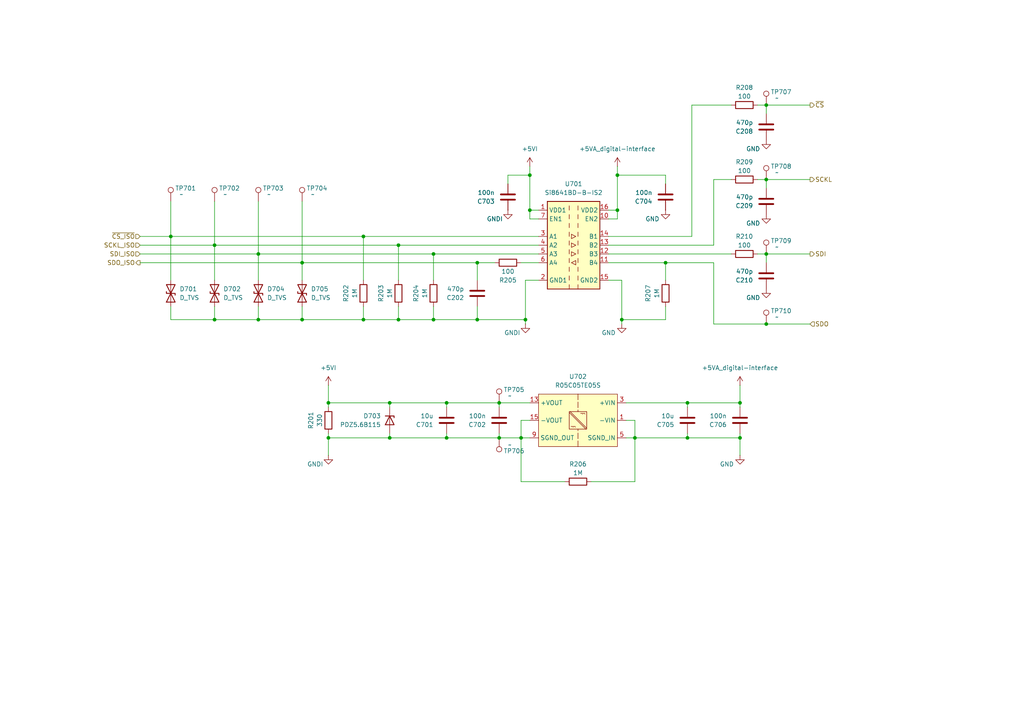
<source format=kicad_sch>
(kicad_sch
	(version 20231120)
	(generator "eeschema")
	(generator_version "8.0")
	(uuid "654afc25-d255-46ff-8b92-f01d7b1afe4f")
	(paper "A4")
	(title_block
		(title "Power Supply Sink")
		(date "2025-02-21")
		(rev "1.1.0")
		(company "Open Battery Tester")
		(comment 1 "Digital Interface")
	)
	(lib_symbols
		(symbol "enclosure:+5VA_digital-interface"
			(power)
			(pin_numbers hide)
			(pin_names
				(offset 0) hide)
			(exclude_from_sim no)
			(in_bom yes)
			(on_board yes)
			(property "Reference" "#PWR"
				(at 0 -3.81 0)
				(effects
					(font
						(size 1.27 1.27)
					)
					(hide yes)
				)
			)
			(property "Value" "+5VA_digital-interface"
				(at 0 3.556 0)
				(effects
					(font
						(size 1.27 1.27)
					)
				)
			)
			(property "Footprint" ""
				(at 0 0 0)
				(effects
					(font
						(size 1.27 1.27)
					)
					(hide yes)
				)
			)
			(property "Datasheet" ""
				(at 0 0 0)
				(effects
					(font
						(size 1.27 1.27)
					)
					(hide yes)
				)
			)
			(property "Description" ""
				(at 0 0 0)
				(effects
					(font
						(size 1.27 1.27)
					)
					(hide yes)
				)
			)
			(property "ki_keywords" "global power"
				(at 0 0 0)
				(effects
					(font
						(size 1.27 1.27)
					)
					(hide yes)
				)
			)
			(symbol "+5VA_digital-interface_0_1"
				(polyline
					(pts
						(xy -0.762 1.27) (xy 0 2.54)
					)
					(stroke
						(width 0)
						(type default)
					)
					(fill
						(type none)
					)
				)
				(polyline
					(pts
						(xy 0 0) (xy 0 2.54)
					)
					(stroke
						(width 0)
						(type default)
					)
					(fill
						(type none)
					)
				)
				(polyline
					(pts
						(xy 0 2.54) (xy 0.762 1.27)
					)
					(stroke
						(width 0)
						(type default)
					)
					(fill
						(type none)
					)
				)
			)
			(symbol "+5VA_digital-interface_1_1"
				(pin power_in line
					(at 0 0 90)
					(length 0)
					(name "~"
						(effects
							(font
								(size 1.27 1.27)
							)
						)
					)
					(number "1"
						(effects
							(font
								(size 1.27 1.27)
							)
						)
					)
				)
			)
		)
		(symbol "enclosure:+5VI"
			(power)
			(pin_numbers hide)
			(pin_names
				(offset 0) hide)
			(exclude_from_sim no)
			(in_bom yes)
			(on_board yes)
			(property "Reference" "#PWR"
				(at 0 -3.81 0)
				(effects
					(font
						(size 1.27 1.27)
					)
					(hide yes)
				)
			)
			(property "Value" "+5VI"
				(at 0 3.556 0)
				(effects
					(font
						(size 1.27 1.27)
					)
				)
			)
			(property "Footprint" ""
				(at 0 0 0)
				(effects
					(font
						(size 1.27 1.27)
					)
					(hide yes)
				)
			)
			(property "Datasheet" ""
				(at 0 0 0)
				(effects
					(font
						(size 1.27 1.27)
					)
					(hide yes)
				)
			)
			(property "Description" "Power symbol creates a global label with name \"+5VI\""
				(at 0 0 0)
				(effects
					(font
						(size 1.27 1.27)
					)
					(hide yes)
				)
			)
			(property "ki_keywords" "global power"
				(at 0 0 0)
				(effects
					(font
						(size 1.27 1.27)
					)
					(hide yes)
				)
			)
			(symbol "+5VI_0_1"
				(polyline
					(pts
						(xy -0.762 1.27) (xy 0 2.54)
					)
					(stroke
						(width 0)
						(type default)
					)
					(fill
						(type none)
					)
				)
				(polyline
					(pts
						(xy 0 0) (xy 0 2.54)
					)
					(stroke
						(width 0)
						(type default)
					)
					(fill
						(type none)
					)
				)
				(polyline
					(pts
						(xy 0 2.54) (xy 0.762 1.27)
					)
					(stroke
						(width 0)
						(type default)
					)
					(fill
						(type none)
					)
				)
			)
			(symbol "+5VI_1_1"
				(pin power_in line
					(at 0 0 90)
					(length 0)
					(name "~"
						(effects
							(font
								(size 1.27 1.27)
							)
						)
					)
					(number "1"
						(effects
							(font
								(size 1.27 1.27)
							)
						)
					)
				)
			)
		)
		(symbol "enclosure:C"
			(pin_numbers hide)
			(pin_names
				(offset 0.254)
			)
			(exclude_from_sim no)
			(in_bom yes)
			(on_board yes)
			(property "Reference" "C"
				(at 0.635 2.54 0)
				(effects
					(font
						(size 1.27 1.27)
					)
					(justify left)
				)
			)
			(property "Value" "C"
				(at 0.635 -2.54 0)
				(effects
					(font
						(size 1.27 1.27)
					)
					(justify left)
				)
			)
			(property "Footprint" ""
				(at 0.9652 -3.81 0)
				(effects
					(font
						(size 1.27 1.27)
					)
					(hide yes)
				)
			)
			(property "Datasheet" "~"
				(at 0 0 0)
				(effects
					(font
						(size 1.27 1.27)
					)
					(hide yes)
				)
			)
			(property "Description" "Unpolarized capacitor"
				(at 0 0 0)
				(effects
					(font
						(size 1.27 1.27)
					)
					(hide yes)
				)
			)
			(property "ki_keywords" "cap capacitor"
				(at 0 0 0)
				(effects
					(font
						(size 1.27 1.27)
					)
					(hide yes)
				)
			)
			(property "ki_fp_filters" "C_*"
				(at 0 0 0)
				(effects
					(font
						(size 1.27 1.27)
					)
					(hide yes)
				)
			)
			(symbol "C_0_1"
				(polyline
					(pts
						(xy -2.032 -0.762) (xy 2.032 -0.762)
					)
					(stroke
						(width 0.508)
						(type default)
					)
					(fill
						(type none)
					)
				)
				(polyline
					(pts
						(xy -2.032 0.762) (xy 2.032 0.762)
					)
					(stroke
						(width 0.508)
						(type default)
					)
					(fill
						(type none)
					)
				)
			)
			(symbol "C_1_1"
				(pin passive line
					(at 0 3.81 270)
					(length 2.794)
					(name "~"
						(effects
							(font
								(size 1.27 1.27)
							)
						)
					)
					(number "1"
						(effects
							(font
								(size 1.27 1.27)
							)
						)
					)
				)
				(pin passive line
					(at 0 -3.81 90)
					(length 2.794)
					(name "~"
						(effects
							(font
								(size 1.27 1.27)
							)
						)
					)
					(number "2"
						(effects
							(font
								(size 1.27 1.27)
							)
						)
					)
				)
			)
		)
		(symbol "enclosure:D_TVS"
			(pin_numbers hide)
			(pin_names
				(offset 1.016) hide)
			(exclude_from_sim no)
			(in_bom yes)
			(on_board yes)
			(property "Reference" "D"
				(at 0 2.54 0)
				(effects
					(font
						(size 1.27 1.27)
					)
				)
			)
			(property "Value" "D_TVS"
				(at 0 -2.54 0)
				(effects
					(font
						(size 1.27 1.27)
					)
				)
			)
			(property "Footprint" ""
				(at 0 0 0)
				(effects
					(font
						(size 1.27 1.27)
					)
					(hide yes)
				)
			)
			(property "Datasheet" "~"
				(at 0 0 0)
				(effects
					(font
						(size 1.27 1.27)
					)
					(hide yes)
				)
			)
			(property "Description" "Bidirectional transient-voltage-suppression diode"
				(at 0 0 0)
				(effects
					(font
						(size 1.27 1.27)
					)
					(hide yes)
				)
			)
			(property "ki_keywords" "diode TVS thyrector"
				(at 0 0 0)
				(effects
					(font
						(size 1.27 1.27)
					)
					(hide yes)
				)
			)
			(property "ki_fp_filters" "TO-???* *_Diode_* *SingleDiode* D_*"
				(at 0 0 0)
				(effects
					(font
						(size 1.27 1.27)
					)
					(hide yes)
				)
			)
			(symbol "D_TVS_0_1"
				(polyline
					(pts
						(xy 1.27 0) (xy -1.27 0)
					)
					(stroke
						(width 0)
						(type default)
					)
					(fill
						(type none)
					)
				)
				(polyline
					(pts
						(xy 0.508 1.27) (xy 0 1.27) (xy 0 -1.27) (xy -0.508 -1.27)
					)
					(stroke
						(width 0.254)
						(type default)
					)
					(fill
						(type none)
					)
				)
				(polyline
					(pts
						(xy -2.54 1.27) (xy -2.54 -1.27) (xy 2.54 1.27) (xy 2.54 -1.27) (xy -2.54 1.27)
					)
					(stroke
						(width 0.254)
						(type default)
					)
					(fill
						(type none)
					)
				)
			)
			(symbol "D_TVS_1_1"
				(pin passive line
					(at -3.81 0 0)
					(length 2.54)
					(name "A1"
						(effects
							(font
								(size 1.27 1.27)
							)
						)
					)
					(number "1"
						(effects
							(font
								(size 1.27 1.27)
							)
						)
					)
				)
				(pin passive line
					(at 3.81 0 180)
					(length 2.54)
					(name "A2"
						(effects
							(font
								(size 1.27 1.27)
							)
						)
					)
					(number "2"
						(effects
							(font
								(size 1.27 1.27)
							)
						)
					)
				)
			)
		)
		(symbol "enclosure:D_Zener"
			(pin_numbers hide)
			(pin_names
				(offset 1.016) hide)
			(exclude_from_sim no)
			(in_bom yes)
			(on_board yes)
			(property "Reference" "D"
				(at 0 2.54 0)
				(effects
					(font
						(size 1.27 1.27)
					)
				)
			)
			(property "Value" "D_Zener"
				(at 0 -2.54 0)
				(effects
					(font
						(size 1.27 1.27)
					)
				)
			)
			(property "Footprint" ""
				(at 0 0 0)
				(effects
					(font
						(size 1.27 1.27)
					)
					(hide yes)
				)
			)
			(property "Datasheet" "~"
				(at 0 0 0)
				(effects
					(font
						(size 1.27 1.27)
					)
					(hide yes)
				)
			)
			(property "Description" "Zener diode"
				(at 0 0 0)
				(effects
					(font
						(size 1.27 1.27)
					)
					(hide yes)
				)
			)
			(property "ki_keywords" "diode"
				(at 0 0 0)
				(effects
					(font
						(size 1.27 1.27)
					)
					(hide yes)
				)
			)
			(property "ki_fp_filters" "TO-???* *_Diode_* *SingleDiode* D_*"
				(at 0 0 0)
				(effects
					(font
						(size 1.27 1.27)
					)
					(hide yes)
				)
			)
			(symbol "D_Zener_0_1"
				(polyline
					(pts
						(xy 1.27 0) (xy -1.27 0)
					)
					(stroke
						(width 0)
						(type default)
					)
					(fill
						(type none)
					)
				)
				(polyline
					(pts
						(xy -1.27 -1.27) (xy -1.27 1.27) (xy -0.762 1.27)
					)
					(stroke
						(width 0.254)
						(type default)
					)
					(fill
						(type none)
					)
				)
				(polyline
					(pts
						(xy 1.27 -1.27) (xy 1.27 1.27) (xy -1.27 0) (xy 1.27 -1.27)
					)
					(stroke
						(width 0.254)
						(type default)
					)
					(fill
						(type none)
					)
				)
			)
			(symbol "D_Zener_1_1"
				(pin passive line
					(at -3.81 0 0)
					(length 2.54)
					(name "K"
						(effects
							(font
								(size 1.27 1.27)
							)
						)
					)
					(number "1"
						(effects
							(font
								(size 1.27 1.27)
							)
						)
					)
				)
				(pin passive line
					(at 3.81 0 180)
					(length 2.54)
					(name "A"
						(effects
							(font
								(size 1.27 1.27)
							)
						)
					)
					(number "2"
						(effects
							(font
								(size 1.27 1.27)
							)
						)
					)
				)
			)
		)
		(symbol "enclosure:GND"
			(power)
			(pin_numbers hide)
			(pin_names
				(offset 0) hide)
			(exclude_from_sim no)
			(in_bom yes)
			(on_board yes)
			(property "Reference" "#PWR"
				(at 0 -6.35 0)
				(effects
					(font
						(size 1.27 1.27)
					)
					(hide yes)
				)
			)
			(property "Value" "GND"
				(at 0 -3.81 0)
				(effects
					(font
						(size 1.27 1.27)
					)
				)
			)
			(property "Footprint" ""
				(at 0 0 0)
				(effects
					(font
						(size 1.27 1.27)
					)
					(hide yes)
				)
			)
			(property "Datasheet" ""
				(at 0 0 0)
				(effects
					(font
						(size 1.27 1.27)
					)
					(hide yes)
				)
			)
			(property "Description" "Power symbol creates a global label with name \"GND\" , ground"
				(at 0 0 0)
				(effects
					(font
						(size 1.27 1.27)
					)
					(hide yes)
				)
			)
			(property "ki_keywords" "global power"
				(at 0 0 0)
				(effects
					(font
						(size 1.27 1.27)
					)
					(hide yes)
				)
			)
			(symbol "GND_0_1"
				(polyline
					(pts
						(xy 0 0) (xy 0 -1.27) (xy 1.27 -1.27) (xy 0 -2.54) (xy -1.27 -1.27) (xy 0 -1.27)
					)
					(stroke
						(width 0)
						(type default)
					)
					(fill
						(type none)
					)
				)
			)
			(symbol "GND_1_1"
				(pin power_in line
					(at 0 0 270)
					(length 0)
					(name "~"
						(effects
							(font
								(size 1.27 1.27)
							)
						)
					)
					(number "1"
						(effects
							(font
								(size 1.27 1.27)
							)
						)
					)
				)
			)
		)
		(symbol "enclosure:GNDI"
			(power)
			(pin_numbers hide)
			(pin_names
				(offset 0) hide)
			(exclude_from_sim no)
			(in_bom yes)
			(on_board yes)
			(property "Reference" "#PWR"
				(at 0 -6.35 0)
				(effects
					(font
						(size 1.27 1.27)
					)
					(hide yes)
				)
			)
			(property "Value" "GNDI"
				(at 0 -3.81 0)
				(effects
					(font
						(size 1.27 1.27)
					)
				)
			)
			(property "Footprint" ""
				(at 0 0 0)
				(effects
					(font
						(size 1.27 1.27)
					)
					(hide yes)
				)
			)
			(property "Datasheet" ""
				(at 0 0 0)
				(effects
					(font
						(size 1.27 1.27)
					)
					(hide yes)
				)
			)
			(property "Description" "Power symbol creates a global label with name \"GNDI\" , ground"
				(at 0 0 0)
				(effects
					(font
						(size 1.27 1.27)
					)
					(hide yes)
				)
			)
			(property "ki_keywords" "global power"
				(at 0 0 0)
				(effects
					(font
						(size 1.27 1.27)
					)
					(hide yes)
				)
			)
			(symbol "GNDI_0_1"
				(polyline
					(pts
						(xy 0 0) (xy 0 -1.27) (xy 1.27 -1.27) (xy 0 -2.54) (xy -1.27 -1.27) (xy 0 -1.27)
					)
					(stroke
						(width 0)
						(type default)
					)
					(fill
						(type none)
					)
				)
			)
			(symbol "GNDI_1_1"
				(pin power_in line
					(at 0 0 270)
					(length 0)
					(name "~"
						(effects
							(font
								(size 1.27 1.27)
							)
						)
					)
					(number "1"
						(effects
							(font
								(size 1.27 1.27)
							)
						)
					)
				)
			)
		)
		(symbol "enclosure:R"
			(pin_numbers hide)
			(pin_names
				(offset 0)
			)
			(exclude_from_sim no)
			(in_bom yes)
			(on_board yes)
			(property "Reference" "R"
				(at 2.032 0 90)
				(effects
					(font
						(size 1.27 1.27)
					)
				)
			)
			(property "Value" "R"
				(at 0 0 90)
				(effects
					(font
						(size 1.27 1.27)
					)
				)
			)
			(property "Footprint" ""
				(at -1.778 0 90)
				(effects
					(font
						(size 1.27 1.27)
					)
					(hide yes)
				)
			)
			(property "Datasheet" "~"
				(at 0 0 0)
				(effects
					(font
						(size 1.27 1.27)
					)
					(hide yes)
				)
			)
			(property "Description" "Resistor"
				(at 0 0 0)
				(effects
					(font
						(size 1.27 1.27)
					)
					(hide yes)
				)
			)
			(property "ki_keywords" "R res resistor"
				(at 0 0 0)
				(effects
					(font
						(size 1.27 1.27)
					)
					(hide yes)
				)
			)
			(property "ki_fp_filters" "R_*"
				(at 0 0 0)
				(effects
					(font
						(size 1.27 1.27)
					)
					(hide yes)
				)
			)
			(symbol "R_0_1"
				(rectangle
					(start -1.016 -2.54)
					(end 1.016 2.54)
					(stroke
						(width 0.254)
						(type default)
					)
					(fill
						(type none)
					)
				)
			)
			(symbol "R_1_1"
				(pin passive line
					(at 0 3.81 270)
					(length 1.27)
					(name "~"
						(effects
							(font
								(size 1.27 1.27)
							)
						)
					)
					(number "1"
						(effects
							(font
								(size 1.27 1.27)
							)
						)
					)
				)
				(pin passive line
					(at 0 -3.81 90)
					(length 1.27)
					(name "~"
						(effects
							(font
								(size 1.27 1.27)
							)
						)
					)
					(number "2"
						(effects
							(font
								(size 1.27 1.27)
							)
						)
					)
				)
			)
		)
		(symbol "enclosure:R05C05TE05S"
			(exclude_from_sim no)
			(in_bom yes)
			(on_board yes)
			(property "Reference" "U"
				(at 0 11.43 0)
				(effects
					(font
						(size 1.27 1.27)
					)
				)
			)
			(property "Value" "R05C05TE05S"
				(at 0 8.89 0)
				(effects
					(font
						(size 1.27 1.27)
					)
				)
			)
			(property "Footprint" "Package_SO:SOIC-16W_7.5x10.3mm_P1.27mm"
				(at 0 0 0)
				(effects
					(font
						(size 1.27 1.27)
					)
					(hide yes)
				)
			)
			(property "Datasheet" "https://g.recomcdn.com/media/Datasheet/pdf/.fZe7-AHZ/.tce0d3579c4367bc096e6/Datasheet-514/RxxC05TExxS.pdf"
				(at 0 0 0)
				(effects
					(font
						(size 1.27 1.27)
					)
					(hide yes)
				)
			)
			(property "Description" "DC/DC Converter, Isolated, Regulated"
				(at 0 0 0)
				(effects
					(font
						(size 1.27 1.27)
					)
					(hide yes)
				)
			)
			(symbol "R05C05TE05S_0_0"
				(pin power_in line
					(at -13.97 0 0)
					(length 2.54)
					(name "-VIN"
						(effects
							(font
								(size 1.27 1.27)
							)
						)
					)
					(number "1"
						(effects
							(font
								(size 1.27 1.27)
							)
						)
					)
				)
				(pin passive line
					(at 13.97 -5.08 180)
					(length 2.54) hide
					(name "SGND_OUT"
						(effects
							(font
								(size 1.27 1.27)
							)
						)
					)
					(number "11"
						(effects
							(font
								(size 1.27 1.27)
							)
						)
					)
				)
				(pin passive line
					(at 13.97 -5.08 180)
					(length 2.54) hide
					(name "SGND_OUT"
						(effects
							(font
								(size 1.27 1.27)
							)
						)
					)
					(number "12"
						(effects
							(font
								(size 1.27 1.27)
							)
						)
					)
				)
				(pin power_out line
					(at 13.97 5.08 180)
					(length 2.54)
					(name "+VOUT"
						(effects
							(font
								(size 1.27 1.27)
							)
						)
					)
					(number "13"
						(effects
							(font
								(size 1.27 1.27)
							)
						)
					)
				)
				(pin passive line
					(at 13.97 5.08 180)
					(length 2.54) hide
					(name "+VOUT"
						(effects
							(font
								(size 1.27 1.27)
							)
						)
					)
					(number "14"
						(effects
							(font
								(size 1.27 1.27)
							)
						)
					)
				)
				(pin power_out line
					(at 13.97 0 180)
					(length 2.54)
					(name "-VOUT"
						(effects
							(font
								(size 1.27 1.27)
							)
						)
					)
					(number "15"
						(effects
							(font
								(size 1.27 1.27)
							)
						)
					)
				)
				(pin passive line
					(at 13.97 0 180)
					(length 2.54) hide
					(name "-VOUT"
						(effects
							(font
								(size 1.27 1.27)
							)
						)
					)
					(number "16"
						(effects
							(font
								(size 1.27 1.27)
							)
						)
					)
				)
				(pin passive line
					(at -13.97 0 0)
					(length 2.54) hide
					(name "-VIN"
						(effects
							(font
								(size 1.27 1.27)
							)
						)
					)
					(number "2"
						(effects
							(font
								(size 1.27 1.27)
							)
						)
					)
				)
				(pin power_in line
					(at -13.97 5.08 0)
					(length 2.54)
					(name "+VIN"
						(effects
							(font
								(size 1.27 1.27)
							)
						)
					)
					(number "3"
						(effects
							(font
								(size 1.27 1.27)
							)
						)
					)
				)
				(pin passive line
					(at -13.97 5.08 0)
					(length 2.54) hide
					(name "+VIN"
						(effects
							(font
								(size 1.27 1.27)
							)
						)
					)
					(number "4"
						(effects
							(font
								(size 1.27 1.27)
							)
						)
					)
				)
				(pin input line
					(at -13.97 -5.08 0)
					(length 2.54)
					(name "SGND_IN"
						(effects
							(font
								(size 1.27 1.27)
							)
						)
					)
					(number "5"
						(effects
							(font
								(size 1.27 1.27)
							)
						)
					)
				)
				(pin passive line
					(at -13.97 -5.08 0)
					(length 2.54) hide
					(name "SGND_IN"
						(effects
							(font
								(size 1.27 1.27)
							)
						)
					)
					(number "6"
						(effects
							(font
								(size 1.27 1.27)
							)
						)
					)
				)
				(pin passive line
					(at -13.97 -5.08 0)
					(length 2.54) hide
					(name "SGND_IN"
						(effects
							(font
								(size 1.27 1.27)
							)
						)
					)
					(number "7"
						(effects
							(font
								(size 1.27 1.27)
							)
						)
					)
				)
				(pin passive line
					(at -13.97 -5.08 0)
					(length 2.54) hide
					(name "SGND_IN"
						(effects
							(font
								(size 1.27 1.27)
							)
						)
					)
					(number "8"
						(effects
							(font
								(size 1.27 1.27)
							)
						)
					)
				)
				(pin input line
					(at 13.97 -5.08 180)
					(length 2.54)
					(name "SGND_OUT"
						(effects
							(font
								(size 1.27 1.27)
							)
						)
					)
					(number "9"
						(effects
							(font
								(size 1.27 1.27)
							)
						)
					)
				)
			)
			(symbol "R05C05TE05S_0_1"
				(rectangle
					(start -2.54 2.54)
					(end 2.54 -2.54)
					(stroke
						(width 0)
						(type default)
					)
					(fill
						(type none)
					)
				)
				(polyline
					(pts
						(xy -2.286 -2.54) (xy -2.286 -2.54)
					)
					(stroke
						(width 0)
						(type default)
					)
					(fill
						(type none)
					)
				)
				(polyline
					(pts
						(xy -2.032 1.778) (xy -0.762 1.778)
					)
					(stroke
						(width 0)
						(type dot)
					)
					(fill
						(type none)
					)
				)
				(polyline
					(pts
						(xy -2.032 2.032) (xy -0.762 2.032)
					)
					(stroke
						(width 0)
						(type default)
					)
					(fill
						(type none)
					)
				)
				(polyline
					(pts
						(xy -0.762 1.778) (xy -0.762 1.778)
					)
					(stroke
						(width 0)
						(type default)
					)
					(fill
						(type none)
					)
				)
				(polyline
					(pts
						(xy 0.762 -2.032) (xy 2.032 -2.032)
					)
					(stroke
						(width 0)
						(type dot)
					)
					(fill
						(type none)
					)
				)
				(polyline
					(pts
						(xy 0.762 -1.778) (xy 2.032 -1.778)
					)
					(stroke
						(width 0)
						(type default)
					)
					(fill
						(type none)
					)
				)
				(polyline
					(pts
						(xy 2.286 2.54) (xy -2.54 -2.286)
					)
					(stroke
						(width 0)
						(type default)
					)
					(fill
						(type none)
					)
				)
				(polyline
					(pts
						(xy 2.54 2.286) (xy -2.286 -2.54)
					)
					(stroke
						(width 0)
						(type default)
					)
					(fill
						(type none)
					)
				)
			)
			(symbol "R05C05TE05S_1_0"
				(pin no_connect non_logic
					(at 0 10.16 270)
					(length 2.54) hide
					(name "DNC"
						(effects
							(font
								(size 1.27 1.27)
							)
						)
					)
					(number "10"
						(effects
							(font
								(size 1.27 1.27)
							)
						)
					)
				)
			)
			(symbol "R05C05TE05S_1_1"
				(rectangle
					(start -11.43 7.62)
					(end 11.43 -7.62)
					(stroke
						(width 0)
						(type default)
					)
					(fill
						(type background)
					)
				)
				(polyline
					(pts
						(xy 0 -7.62) (xy 0 -2.54)
					)
					(stroke
						(width 0)
						(type dash)
					)
					(fill
						(type none)
					)
				)
				(polyline
					(pts
						(xy 0 7.62) (xy 0 2.54)
					)
					(stroke
						(width 0)
						(type dash)
					)
					(fill
						(type none)
					)
				)
			)
		)
		(symbol "enclosure:Si8641BD-B-IS2"
			(exclude_from_sim no)
			(in_bom yes)
			(on_board yes)
			(property "Reference" "U"
				(at 0 15.875 0)
				(effects
					(font
						(size 1.27 1.27)
					)
				)
			)
			(property "Value" "Si8641BD-B-IS2"
				(at 0 13.97 0)
				(effects
					(font
						(size 1.27 1.27)
					)
				)
			)
			(property "Footprint" "Package_SO:SOIC-16W_7.5x10.3mm_P1.27mm"
				(at 0 -13.97 0)
				(effects
					(font
						(size 1.27 1.27)
						(italic yes)
					)
					(hide yes)
				)
			)
			(property "Datasheet" "https://www.silabs.com/documents/public/data-sheets/si864x-datasheet.pdf"
				(at 0 10.16 0)
				(effects
					(font
						(size 1.27 1.27)
					)
					(hide yes)
				)
			)
			(property "Description" "Low-Power Quad-Channel Digital Isolator, 150Mbps, 2.5-5.5V, 5.0kV isolation, Fail-Safe Low, 8mm creepage, SOIC-16W"
				(at 0 0 0)
				(effects
					(font
						(size 1.27 1.27)
					)
					(hide yes)
				)
			)
			(property "ki_keywords" "4Ch 3In 1Out Quad Digital Isolator 150Mbps"
				(at 0 0 0)
				(effects
					(font
						(size 1.27 1.27)
					)
					(hide yes)
				)
			)
			(property "ki_fp_filters" "SOIC*7.5x10.3mm*P1.27mm*"
				(at 0 0 0)
				(effects
					(font
						(size 1.27 1.27)
					)
					(hide yes)
				)
			)
			(symbol "Si8641BD-B-IS2_0_1"
				(rectangle
					(start -7.62 12.7)
					(end 7.62 -12.7)
					(stroke
						(width 0.254)
						(type default)
					)
					(fill
						(type background)
					)
				)
				(polyline
					(pts
						(xy -1.27 -11.43) (xy -1.27 -12.7)
					)
					(stroke
						(width 0)
						(type default)
					)
					(fill
						(type none)
					)
				)
				(polyline
					(pts
						(xy -1.27 -8.89) (xy -1.27 -10.16)
					)
					(stroke
						(width 0)
						(type default)
					)
					(fill
						(type none)
					)
				)
				(polyline
					(pts
						(xy -1.27 -6.35) (xy -1.27 -7.62)
					)
					(stroke
						(width 0)
						(type default)
					)
					(fill
						(type none)
					)
				)
				(polyline
					(pts
						(xy -1.27 -3.81) (xy -1.27 -5.08)
					)
					(stroke
						(width 0)
						(type default)
					)
					(fill
						(type none)
					)
				)
				(polyline
					(pts
						(xy -1.27 -1.27) (xy -1.27 -2.54)
					)
					(stroke
						(width 0)
						(type default)
					)
					(fill
						(type none)
					)
				)
				(polyline
					(pts
						(xy -1.27 1.27) (xy -1.27 0)
					)
					(stroke
						(width 0)
						(type default)
					)
					(fill
						(type none)
					)
				)
				(polyline
					(pts
						(xy -1.27 3.81) (xy -1.27 2.54)
					)
					(stroke
						(width 0)
						(type default)
					)
					(fill
						(type none)
					)
				)
				(polyline
					(pts
						(xy -1.27 6.35) (xy -1.27 5.08)
					)
					(stroke
						(width 0)
						(type default)
					)
					(fill
						(type none)
					)
				)
				(polyline
					(pts
						(xy -1.27 8.89) (xy -1.27 7.62)
					)
					(stroke
						(width 0)
						(type default)
					)
					(fill
						(type none)
					)
				)
				(polyline
					(pts
						(xy -1.27 11.43) (xy -1.27 10.16)
					)
					(stroke
						(width 0)
						(type default)
					)
					(fill
						(type none)
					)
				)
				(polyline
					(pts
						(xy 1.27 -11.43) (xy 1.27 -12.7)
					)
					(stroke
						(width 0)
						(type default)
					)
					(fill
						(type none)
					)
				)
				(polyline
					(pts
						(xy 1.27 -8.89) (xy 1.27 -10.16)
					)
					(stroke
						(width 0)
						(type default)
					)
					(fill
						(type none)
					)
				)
				(polyline
					(pts
						(xy 1.27 -6.35) (xy 1.27 -7.62)
					)
					(stroke
						(width 0)
						(type default)
					)
					(fill
						(type none)
					)
				)
				(polyline
					(pts
						(xy 1.27 -3.81) (xy 1.27 -5.08)
					)
					(stroke
						(width 0)
						(type default)
					)
					(fill
						(type none)
					)
				)
				(polyline
					(pts
						(xy 1.27 -1.27) (xy 1.27 -2.54)
					)
					(stroke
						(width 0)
						(type default)
					)
					(fill
						(type none)
					)
				)
				(polyline
					(pts
						(xy 1.27 1.27) (xy 1.27 0)
					)
					(stroke
						(width 0)
						(type default)
					)
					(fill
						(type none)
					)
				)
				(polyline
					(pts
						(xy 1.27 3.81) (xy 1.27 2.54)
					)
					(stroke
						(width 0)
						(type default)
					)
					(fill
						(type none)
					)
				)
				(polyline
					(pts
						(xy 1.27 6.35) (xy 1.27 5.08)
					)
					(stroke
						(width 0)
						(type default)
					)
					(fill
						(type none)
					)
				)
				(polyline
					(pts
						(xy 1.27 8.89) (xy 1.27 7.62)
					)
					(stroke
						(width 0)
						(type default)
					)
					(fill
						(type none)
					)
				)
				(polyline
					(pts
						(xy 1.27 11.43) (xy 1.27 10.16)
					)
					(stroke
						(width 0)
						(type default)
					)
					(fill
						(type none)
					)
				)
				(polyline
					(pts
						(xy -0.635 -5.08) (xy 0.635 -4.445) (xy 0.635 -5.715) (xy -0.635 -5.08)
					)
					(stroke
						(width 0)
						(type default)
					)
					(fill
						(type none)
					)
				)
				(polyline
					(pts
						(xy -0.635 0.635) (xy -0.635 -0.635) (xy 0.635 0) (xy -0.635 0.635)
					)
					(stroke
						(width 0)
						(type default)
					)
					(fill
						(type none)
					)
				)
				(polyline
					(pts
						(xy -0.635 3.175) (xy -0.635 1.905) (xy 0.635 2.54) (xy -0.635 3.175)
					)
					(stroke
						(width 0)
						(type default)
					)
					(fill
						(type none)
					)
				)
				(polyline
					(pts
						(xy 0.635 -2.54) (xy -0.635 -1.905) (xy -0.635 -3.175) (xy 0.635 -2.54)
					)
					(stroke
						(width 0)
						(type default)
					)
					(fill
						(type none)
					)
				)
			)
			(symbol "Si8641BD-B-IS2_1_1"
				(pin power_in line
					(at -10.16 10.16 0)
					(length 2.54)
					(name "VDD1"
						(effects
							(font
								(size 1.27 1.27)
							)
						)
					)
					(number "1"
						(effects
							(font
								(size 1.27 1.27)
							)
						)
					)
				)
				(pin input line
					(at 10.16 7.62 180)
					(length 2.54)
					(name "EN2"
						(effects
							(font
								(size 1.27 1.27)
							)
						)
					)
					(number "10"
						(effects
							(font
								(size 1.27 1.27)
							)
						)
					)
				)
				(pin input line
					(at 10.16 -5.08 180)
					(length 2.54)
					(name "B4"
						(effects
							(font
								(size 1.27 1.27)
							)
						)
					)
					(number "11"
						(effects
							(font
								(size 1.27 1.27)
							)
						)
					)
				)
				(pin output line
					(at 10.16 -2.54 180)
					(length 2.54)
					(name "B3"
						(effects
							(font
								(size 1.27 1.27)
							)
						)
					)
					(number "12"
						(effects
							(font
								(size 1.27 1.27)
							)
						)
					)
				)
				(pin output line
					(at 10.16 0 180)
					(length 2.54)
					(name "B2"
						(effects
							(font
								(size 1.27 1.27)
							)
						)
					)
					(number "13"
						(effects
							(font
								(size 1.27 1.27)
							)
						)
					)
				)
				(pin output line
					(at 10.16 2.54 180)
					(length 2.54)
					(name "B1"
						(effects
							(font
								(size 1.27 1.27)
							)
						)
					)
					(number "14"
						(effects
							(font
								(size 1.27 1.27)
							)
						)
					)
				)
				(pin power_in line
					(at 10.16 -10.16 180)
					(length 2.54)
					(name "GND2"
						(effects
							(font
								(size 1.27 1.27)
							)
						)
					)
					(number "15"
						(effects
							(font
								(size 1.27 1.27)
							)
						)
					)
				)
				(pin power_in line
					(at 10.16 10.16 180)
					(length 2.54)
					(name "VDD2"
						(effects
							(font
								(size 1.27 1.27)
							)
						)
					)
					(number "16"
						(effects
							(font
								(size 1.27 1.27)
							)
						)
					)
				)
				(pin power_in line
					(at -10.16 -10.16 0)
					(length 2.54)
					(name "GND1"
						(effects
							(font
								(size 1.27 1.27)
							)
						)
					)
					(number "2"
						(effects
							(font
								(size 1.27 1.27)
							)
						)
					)
				)
				(pin input line
					(at -10.16 2.54 0)
					(length 2.54)
					(name "A1"
						(effects
							(font
								(size 1.27 1.27)
							)
						)
					)
					(number "3"
						(effects
							(font
								(size 1.27 1.27)
							)
						)
					)
				)
				(pin input line
					(at -10.16 0 0)
					(length 2.54)
					(name "A2"
						(effects
							(font
								(size 1.27 1.27)
							)
						)
					)
					(number "4"
						(effects
							(font
								(size 1.27 1.27)
							)
						)
					)
				)
				(pin input line
					(at -10.16 -2.54 0)
					(length 2.54)
					(name "A3"
						(effects
							(font
								(size 1.27 1.27)
							)
						)
					)
					(number "5"
						(effects
							(font
								(size 1.27 1.27)
							)
						)
					)
				)
				(pin output line
					(at -10.16 -5.08 0)
					(length 2.54)
					(name "A4"
						(effects
							(font
								(size 1.27 1.27)
							)
						)
					)
					(number "6"
						(effects
							(font
								(size 1.27 1.27)
							)
						)
					)
				)
				(pin input line
					(at -10.16 7.62 0)
					(length 2.54)
					(name "EN1"
						(effects
							(font
								(size 1.27 1.27)
							)
						)
					)
					(number "7"
						(effects
							(font
								(size 1.27 1.27)
							)
						)
					)
				)
				(pin passive line
					(at -10.16 -10.16 0)
					(length 2.54) hide
					(name "GND1"
						(effects
							(font
								(size 1.27 1.27)
							)
						)
					)
					(number "8"
						(effects
							(font
								(size 1.27 1.27)
							)
						)
					)
				)
				(pin passive line
					(at 10.16 -10.16 180)
					(length 2.54) hide
					(name "GND2"
						(effects
							(font
								(size 1.27 1.27)
							)
						)
					)
					(number "9"
						(effects
							(font
								(size 1.27 1.27)
							)
						)
					)
				)
			)
		)
		(symbol "enclosure:TestPoint"
			(pin_numbers hide)
			(pin_names
				(offset 0.762) hide)
			(exclude_from_sim no)
			(in_bom yes)
			(on_board yes)
			(property "Reference" "TP"
				(at 0 6.858 0)
				(effects
					(font
						(size 1.27 1.27)
					)
				)
			)
			(property "Value" "TestPoint"
				(at 0 5.08 0)
				(effects
					(font
						(size 1.27 1.27)
					)
				)
			)
			(property "Footprint" ""
				(at 5.08 0 0)
				(effects
					(font
						(size 1.27 1.27)
					)
					(hide yes)
				)
			)
			(property "Datasheet" "~"
				(at 5.08 0 0)
				(effects
					(font
						(size 1.27 1.27)
					)
					(hide yes)
				)
			)
			(property "Description" "test point"
				(at 0 0 0)
				(effects
					(font
						(size 1.27 1.27)
					)
					(hide yes)
				)
			)
			(property "ki_keywords" "test point tp"
				(at 0 0 0)
				(effects
					(font
						(size 1.27 1.27)
					)
					(hide yes)
				)
			)
			(property "ki_fp_filters" "Pin* Test*"
				(at 0 0 0)
				(effects
					(font
						(size 1.27 1.27)
					)
					(hide yes)
				)
			)
			(symbol "TestPoint_0_1"
				(circle
					(center 0 3.302)
					(radius 0.762)
					(stroke
						(width 0)
						(type default)
					)
					(fill
						(type none)
					)
				)
			)
			(symbol "TestPoint_1_1"
				(pin passive line
					(at 0 0 90)
					(length 2.54)
					(name "1"
						(effects
							(font
								(size 1.27 1.27)
							)
						)
					)
					(number "1"
						(effects
							(font
								(size 1.27 1.27)
							)
						)
					)
				)
			)
		)
	)
	(junction
		(at 222.25 52.07)
		(diameter 0)
		(color 0 0 0 0)
		(uuid "0c77e49b-cde7-4cd8-a321-2a533a1f4d4f")
	)
	(junction
		(at 222.25 73.66)
		(diameter 0)
		(color 0 0 0 0)
		(uuid "11062232-e3ce-46ba-9e67-76ed49003f7a")
	)
	(junction
		(at 115.57 92.71)
		(diameter 0)
		(color 0 0 0 0)
		(uuid "121bdc8c-f9ba-4878-a3fc-8aadf906ad47")
	)
	(junction
		(at 62.23 92.71)
		(diameter 0)
		(color 0 0 0 0)
		(uuid "12da0913-7b0b-4bab-bb8f-59503b9ebb76")
	)
	(junction
		(at 151.13 127)
		(diameter 0)
		(color 0 0 0 0)
		(uuid "1c742824-b5b3-4aa3-b7f1-7c538dd79a05")
	)
	(junction
		(at 179.07 60.96)
		(diameter 0)
		(color 0 0 0 0)
		(uuid "26617663-dcb1-4f63-b7af-15920cb79ae1")
	)
	(junction
		(at 105.41 92.71)
		(diameter 0)
		(color 0 0 0 0)
		(uuid "27facb5c-923d-455c-9271-8b0c9bbfbaf6")
	)
	(junction
		(at 222.25 30.48)
		(diameter 0)
		(color 0 0 0 0)
		(uuid "2db9c384-0443-4a83-98f5-28515efeee2c")
	)
	(junction
		(at 125.73 73.66)
		(diameter 0)
		(color 0 0 0 0)
		(uuid "335fe83a-3171-4a15-9e1c-448c6bc95977")
	)
	(junction
		(at 180.34 92.71)
		(diameter 0)
		(color 0 0 0 0)
		(uuid "36d09965-c200-4ffc-9efe-e5d6605c692c")
	)
	(junction
		(at 49.53 68.58)
		(diameter 0)
		(color 0 0 0 0)
		(uuid "3812e851-3b18-4ae8-bf88-8ffbaed2c973")
	)
	(junction
		(at 62.23 71.12)
		(diameter 0)
		(color 0 0 0 0)
		(uuid "4345b0cc-830c-46d0-a0d4-46716ca4c7c7")
	)
	(junction
		(at 153.67 60.96)
		(diameter 0)
		(color 0 0 0 0)
		(uuid "44f669ff-b500-4f07-92d6-ae00df63c842")
	)
	(junction
		(at 115.57 71.12)
		(diameter 0)
		(color 0 0 0 0)
		(uuid "4bc95a57-e97a-4235-a194-fb10f054abb6")
	)
	(junction
		(at 113.03 127)
		(diameter 0)
		(color 0 0 0 0)
		(uuid "4e63a3bb-b21a-404f-aed8-58c606020945")
	)
	(junction
		(at 214.63 127)
		(diameter 0)
		(color 0 0 0 0)
		(uuid "515d0fa1-90e6-49ef-876a-a2f84f2fb6e9")
	)
	(junction
		(at 113.03 116.84)
		(diameter 0)
		(color 0 0 0 0)
		(uuid "521356a1-6096-4bab-bd0c-4179a18b7512")
	)
	(junction
		(at 193.04 76.2)
		(diameter 0)
		(color 0 0 0 0)
		(uuid "576c1a32-934a-4fee-af9c-f1b4a5f8742a")
	)
	(junction
		(at 87.63 76.2)
		(diameter 0)
		(color 0 0 0 0)
		(uuid "599c421f-7c18-4cab-bf2c-fbe52969453f")
	)
	(junction
		(at 74.93 73.66)
		(diameter 0)
		(color 0 0 0 0)
		(uuid "5ad77ae5-f205-4b3d-8ffe-c1cc95003d6d")
	)
	(junction
		(at 184.15 127)
		(diameter 0)
		(color 0 0 0 0)
		(uuid "617278bc-bb57-43e2-8df2-8c4febf0601c")
	)
	(junction
		(at 138.43 92.71)
		(diameter 0)
		(color 0 0 0 0)
		(uuid "660f71da-0d07-41a0-9001-b8aa21712435")
	)
	(junction
		(at 138.43 76.2)
		(diameter 0)
		(color 0 0 0 0)
		(uuid "6f785dbd-c7ba-4846-8d16-6485ac298c92")
	)
	(junction
		(at 144.78 116.84)
		(diameter 0)
		(color 0 0 0 0)
		(uuid "7041cce6-8c5d-4d4b-b3e1-9b3abb68baf3")
	)
	(junction
		(at 144.78 127)
		(diameter 0)
		(color 0 0 0 0)
		(uuid "7803286a-1641-4e4b-b45c-9636d9a9bf07")
	)
	(junction
		(at 129.54 116.84)
		(diameter 0)
		(color 0 0 0 0)
		(uuid "78043608-1eda-4455-995b-bcf49485909c")
	)
	(junction
		(at 222.25 93.98)
		(diameter 0)
		(color 0 0 0 0)
		(uuid "7eda2392-f193-45d2-b8f0-aae3d1975afb")
	)
	(junction
		(at 87.63 92.71)
		(diameter 0)
		(color 0 0 0 0)
		(uuid "865d7e5f-98ff-4dfd-9bd7-065c1e6f4477")
	)
	(junction
		(at 129.54 127)
		(diameter 0)
		(color 0 0 0 0)
		(uuid "874b7172-17b3-4eca-b43e-6d101224762f")
	)
	(junction
		(at 105.41 68.58)
		(diameter 0)
		(color 0 0 0 0)
		(uuid "8f14fd1f-715c-4b9a-aedc-cafc3c3b1230")
	)
	(junction
		(at 199.39 127)
		(diameter 0)
		(color 0 0 0 0)
		(uuid "9739d86a-1fdf-47b1-9cf6-1cecff66ae1d")
	)
	(junction
		(at 152.4 92.71)
		(diameter 0)
		(color 0 0 0 0)
		(uuid "9e075301-8c03-441e-808c-fa549dee3575")
	)
	(junction
		(at 95.25 116.84)
		(diameter 0)
		(color 0 0 0 0)
		(uuid "a894e743-31fe-4f15-b908-301a036c3b44")
	)
	(junction
		(at 179.07 50.8)
		(diameter 0)
		(color 0 0 0 0)
		(uuid "b1151f8b-a079-4c57-a39e-fc3842a34dcb")
	)
	(junction
		(at 74.93 92.71)
		(diameter 0)
		(color 0 0 0 0)
		(uuid "b814049c-6123-41cf-b2f5-a78457102779")
	)
	(junction
		(at 214.63 116.84)
		(diameter 0)
		(color 0 0 0 0)
		(uuid "ceac5b4c-f52d-4328-8ccd-0f333c391f60")
	)
	(junction
		(at 199.39 116.84)
		(diameter 0)
		(color 0 0 0 0)
		(uuid "e1f62e45-31f5-48e3-8002-755d3c0b4def")
	)
	(junction
		(at 125.73 92.71)
		(diameter 0)
		(color 0 0 0 0)
		(uuid "e8275a9a-4a96-4ffd-a264-def20fb8c6bf")
	)
	(junction
		(at 153.67 50.8)
		(diameter 0)
		(color 0 0 0 0)
		(uuid "f9b3f2be-4c82-42c8-9fbb-6cc04b8aeb0d")
	)
	(junction
		(at 95.25 127)
		(diameter 0)
		(color 0 0 0 0)
		(uuid "fcb50c71-c25a-4a51-98b5-337130a1908f")
	)
	(wire
		(pts
			(xy 95.25 116.84) (xy 95.25 111.76)
		)
		(stroke
			(width 0)
			(type default)
		)
		(uuid "00bc2ac7-c889-4e92-899b-bac9be2e2b37")
	)
	(wire
		(pts
			(xy 193.04 88.9) (xy 193.04 92.71)
		)
		(stroke
			(width 0)
			(type default)
		)
		(uuid "09856d42-e82e-4cf4-9c59-4ef218a220c4")
	)
	(wire
		(pts
			(xy 214.63 127) (xy 214.63 132.08)
		)
		(stroke
			(width 0)
			(type default)
		)
		(uuid "0be2a6c0-32fa-4dbe-afc9-c5f326659833")
	)
	(wire
		(pts
			(xy 179.07 50.8) (xy 179.07 60.96)
		)
		(stroke
			(width 0)
			(type default)
		)
		(uuid "0c349bae-c794-4d85-9dc6-0a34c18ff675")
	)
	(wire
		(pts
			(xy 180.34 93.98) (xy 180.34 92.71)
		)
		(stroke
			(width 0)
			(type default)
		)
		(uuid "14578637-7213-4792-8a42-99028e260b71")
	)
	(wire
		(pts
			(xy 207.01 71.12) (xy 176.53 71.12)
		)
		(stroke
			(width 0)
			(type default)
		)
		(uuid "1487913c-1878-4547-963b-251b36f9e7c4")
	)
	(wire
		(pts
			(xy 40.64 76.2) (xy 87.63 76.2)
		)
		(stroke
			(width 0)
			(type default)
		)
		(uuid "17137c8d-c6d0-4463-93ac-91431b17581e")
	)
	(wire
		(pts
			(xy 125.73 88.9) (xy 125.73 92.71)
		)
		(stroke
			(width 0)
			(type default)
		)
		(uuid "1a671e7f-5812-41da-b91d-8132f66f4c76")
	)
	(wire
		(pts
			(xy 151.13 76.2) (xy 156.21 76.2)
		)
		(stroke
			(width 0)
			(type default)
		)
		(uuid "1bb6d66a-6f10-4c63-a32c-d864eb4340bc")
	)
	(wire
		(pts
			(xy 153.67 50.8) (xy 153.67 60.96)
		)
		(stroke
			(width 0)
			(type default)
		)
		(uuid "20205bc0-7cbf-4492-8043-966665142107")
	)
	(wire
		(pts
			(xy 87.63 58.42) (xy 87.63 76.2)
		)
		(stroke
			(width 0)
			(type default)
		)
		(uuid "22e941c7-6159-440f-a694-2ef1f542c4c8")
	)
	(wire
		(pts
			(xy 49.53 68.58) (xy 49.53 81.28)
		)
		(stroke
			(width 0)
			(type default)
		)
		(uuid "282c83fa-5c26-43f9-84a5-9b38e1dd980e")
	)
	(wire
		(pts
			(xy 151.13 121.92) (xy 151.13 127)
		)
		(stroke
			(width 0)
			(type default)
		)
		(uuid "2a206b3f-f73d-42a9-9936-94e61585acdf")
	)
	(wire
		(pts
			(xy 125.73 73.66) (xy 125.73 81.28)
		)
		(stroke
			(width 0)
			(type default)
		)
		(uuid "2aa31c0c-5463-4dce-8d8b-d776e4f8a77d")
	)
	(wire
		(pts
			(xy 193.04 92.71) (xy 180.34 92.71)
		)
		(stroke
			(width 0)
			(type default)
		)
		(uuid "2ced9abb-1462-4524-a9f8-2f249a28aff8")
	)
	(wire
		(pts
			(xy 95.25 118.11) (xy 95.25 116.84)
		)
		(stroke
			(width 0)
			(type default)
		)
		(uuid "2d37c92c-3c74-4ac0-b0ba-e27bd6408f3a")
	)
	(wire
		(pts
			(xy 129.54 125.73) (xy 129.54 127)
		)
		(stroke
			(width 0)
			(type default)
		)
		(uuid "2e24779b-d6b5-4bce-9cb1-3bbace686ef2")
	)
	(wire
		(pts
			(xy 153.67 121.92) (xy 151.13 121.92)
		)
		(stroke
			(width 0)
			(type default)
		)
		(uuid "32eb0e85-81fd-4b1b-9764-bc929a9f0bd7")
	)
	(wire
		(pts
			(xy 193.04 50.8) (xy 193.04 53.34)
		)
		(stroke
			(width 0)
			(type default)
		)
		(uuid "33503daf-b650-43aa-9a7f-7fc2df06cd44")
	)
	(wire
		(pts
			(xy 171.45 139.7) (xy 184.15 139.7)
		)
		(stroke
			(width 0)
			(type default)
		)
		(uuid "355dc7fe-349a-487c-8757-7dea1a0d59cb")
	)
	(wire
		(pts
			(xy 87.63 92.71) (xy 105.41 92.71)
		)
		(stroke
			(width 0)
			(type default)
		)
		(uuid "35eddede-abe7-471f-b682-79a694e817f3")
	)
	(wire
		(pts
			(xy 153.67 48.26) (xy 153.67 50.8)
		)
		(stroke
			(width 0)
			(type default)
		)
		(uuid "36585068-c380-4509-99ae-0393b4dc71b1")
	)
	(wire
		(pts
			(xy 222.25 52.07) (xy 234.95 52.07)
		)
		(stroke
			(width 0)
			(type default)
		)
		(uuid "36f53be2-d6f8-4f62-8e4a-47554bc11ca5")
	)
	(wire
		(pts
			(xy 115.57 88.9) (xy 115.57 92.71)
		)
		(stroke
			(width 0)
			(type default)
		)
		(uuid "3e1e316e-bd25-4205-891f-3917911797bd")
	)
	(wire
		(pts
			(xy 74.93 92.71) (xy 87.63 92.71)
		)
		(stroke
			(width 0)
			(type default)
		)
		(uuid "44be5f84-4626-4751-be12-7c818d0becd9")
	)
	(wire
		(pts
			(xy 62.23 58.42) (xy 62.23 71.12)
		)
		(stroke
			(width 0)
			(type default)
		)
		(uuid "47eb577b-3d21-471e-80ae-3fe0cefa75ad")
	)
	(wire
		(pts
			(xy 125.73 73.66) (xy 156.21 73.66)
		)
		(stroke
			(width 0)
			(type default)
		)
		(uuid "4b53ef3d-4005-4bcf-9e72-10fb1d31ef34")
	)
	(wire
		(pts
			(xy 151.13 139.7) (xy 163.83 139.7)
		)
		(stroke
			(width 0)
			(type default)
		)
		(uuid "4c9487a2-ff69-44e5-ab38-db884a26723f")
	)
	(wire
		(pts
			(xy 214.63 111.76) (xy 214.63 116.84)
		)
		(stroke
			(width 0)
			(type default)
		)
		(uuid "4cf5725e-1a3c-4ab7-9e54-12b691451375")
	)
	(wire
		(pts
			(xy 200.66 68.58) (xy 176.53 68.58)
		)
		(stroke
			(width 0)
			(type default)
		)
		(uuid "53df2cf0-7784-4ba4-93c4-a66a2556987a")
	)
	(wire
		(pts
			(xy 138.43 76.2) (xy 138.43 81.28)
		)
		(stroke
			(width 0)
			(type default)
		)
		(uuid "59ea9964-dece-47a2-82ce-4d8d1afee6f3")
	)
	(wire
		(pts
			(xy 152.4 81.28) (xy 156.21 81.28)
		)
		(stroke
			(width 0)
			(type default)
		)
		(uuid "5e3d7d76-9ef3-444a-9286-0704947437a4")
	)
	(wire
		(pts
			(xy 180.34 92.71) (xy 180.34 81.28)
		)
		(stroke
			(width 0)
			(type default)
		)
		(uuid "5fb013b2-43c4-4e3c-a202-b4f089da43f4")
	)
	(wire
		(pts
			(xy 184.15 139.7) (xy 184.15 127)
		)
		(stroke
			(width 0)
			(type default)
		)
		(uuid "63032c3e-79e2-48da-97f0-b11b686a3e3d")
	)
	(wire
		(pts
			(xy 151.13 127) (xy 151.13 139.7)
		)
		(stroke
			(width 0)
			(type default)
		)
		(uuid "6353db1d-c031-4b8f-93c6-654679d199c2")
	)
	(wire
		(pts
			(xy 222.25 30.48) (xy 234.95 30.48)
		)
		(stroke
			(width 0)
			(type default)
		)
		(uuid "63d2ad33-89b3-4c7c-b281-5e750b761d14")
	)
	(wire
		(pts
			(xy 105.41 88.9) (xy 105.41 92.71)
		)
		(stroke
			(width 0)
			(type default)
		)
		(uuid "64aff4de-7548-45fe-a4e3-998fc62a7fe1")
	)
	(wire
		(pts
			(xy 115.57 71.12) (xy 156.21 71.12)
		)
		(stroke
			(width 0)
			(type default)
		)
		(uuid "66f28409-addd-4515-92c7-7d1f8f117962")
	)
	(wire
		(pts
			(xy 40.64 68.58) (xy 49.53 68.58)
		)
		(stroke
			(width 0)
			(type default)
		)
		(uuid "67b1238c-9b24-4315-8c23-fb211f28eaab")
	)
	(wire
		(pts
			(xy 153.67 60.96) (xy 153.67 63.5)
		)
		(stroke
			(width 0)
			(type default)
		)
		(uuid "684a5843-ef2f-4914-a597-cde086b7c394")
	)
	(wire
		(pts
			(xy 49.53 92.71) (xy 49.53 88.9)
		)
		(stroke
			(width 0)
			(type default)
		)
		(uuid "687f4d25-5a8d-4398-a9d4-b1f862f3109b")
	)
	(wire
		(pts
			(xy 222.25 30.48) (xy 219.71 30.48)
		)
		(stroke
			(width 0)
			(type default)
		)
		(uuid "691851ab-e791-49e3-a7ba-6e7d0cecb28c")
	)
	(wire
		(pts
			(xy 207.01 52.07) (xy 207.01 71.12)
		)
		(stroke
			(width 0)
			(type default)
		)
		(uuid "6ac212db-805b-446d-b6f3-3a64f2bb898d")
	)
	(wire
		(pts
			(xy 113.03 127) (xy 129.54 127)
		)
		(stroke
			(width 0)
			(type default)
		)
		(uuid "6c66b8bc-15b9-46d9-abf4-cee42e711815")
	)
	(wire
		(pts
			(xy 222.25 76.2) (xy 222.25 73.66)
		)
		(stroke
			(width 0)
			(type default)
		)
		(uuid "6df4dd5b-f995-4360-bac7-5ad4f1c361f9")
	)
	(wire
		(pts
			(xy 222.25 52.07) (xy 219.71 52.07)
		)
		(stroke
			(width 0)
			(type default)
		)
		(uuid "705814a8-063a-485a-af63-29eda9786487")
	)
	(wire
		(pts
			(xy 74.93 73.66) (xy 125.73 73.66)
		)
		(stroke
			(width 0)
			(type default)
		)
		(uuid "72e6aa88-6a2d-47c5-9c29-5835bb518449")
	)
	(wire
		(pts
			(xy 113.03 127) (xy 95.25 127)
		)
		(stroke
			(width 0)
			(type default)
		)
		(uuid "737d37da-981b-49ab-a028-11d551578195")
	)
	(wire
		(pts
			(xy 113.03 116.84) (xy 129.54 116.84)
		)
		(stroke
			(width 0)
			(type default)
		)
		(uuid "75714736-f954-4177-aec5-7d91f5a0a30b")
	)
	(wire
		(pts
			(xy 144.78 125.73) (xy 144.78 127)
		)
		(stroke
			(width 0)
			(type default)
		)
		(uuid "762ddef8-ea46-442e-831b-7de52e9ab152")
	)
	(wire
		(pts
			(xy 199.39 125.73) (xy 199.39 127)
		)
		(stroke
			(width 0)
			(type default)
		)
		(uuid "85a97600-a836-4774-8b5c-8f548020b43c")
	)
	(wire
		(pts
			(xy 222.25 93.98) (xy 234.95 93.98)
		)
		(stroke
			(width 0)
			(type default)
		)
		(uuid "8a0a55d0-c576-40df-9dd3-7c1188413305")
	)
	(wire
		(pts
			(xy 115.57 71.12) (xy 115.57 81.28)
		)
		(stroke
			(width 0)
			(type default)
		)
		(uuid "8a9f5de0-89d0-4563-abf3-454de6814d5b")
	)
	(wire
		(pts
			(xy 62.23 71.12) (xy 115.57 71.12)
		)
		(stroke
			(width 0)
			(type default)
		)
		(uuid "8c28effc-8f61-41fb-8c22-d0252052a214")
	)
	(wire
		(pts
			(xy 62.23 92.71) (xy 49.53 92.71)
		)
		(stroke
			(width 0)
			(type default)
		)
		(uuid "8c5b0761-307e-4606-866a-44da9ba4cc7f")
	)
	(wire
		(pts
			(xy 153.67 60.96) (xy 156.21 60.96)
		)
		(stroke
			(width 0)
			(type default)
		)
		(uuid "8caf1f51-f7fa-4add-a4de-442d1be56174")
	)
	(wire
		(pts
			(xy 176.53 60.96) (xy 179.07 60.96)
		)
		(stroke
			(width 0)
			(type default)
		)
		(uuid "9102245b-77c9-4049-98a1-4547cb53acad")
	)
	(wire
		(pts
			(xy 180.34 81.28) (xy 176.53 81.28)
		)
		(stroke
			(width 0)
			(type default)
		)
		(uuid "93b5a4e6-4e75-4c0e-bd46-7f2eb2ab063b")
	)
	(wire
		(pts
			(xy 207.01 76.2) (xy 193.04 76.2)
		)
		(stroke
			(width 0)
			(type default)
		)
		(uuid "98d52401-f215-4f11-9ca8-d9a5fb624807")
	)
	(wire
		(pts
			(xy 74.93 92.71) (xy 74.93 88.9)
		)
		(stroke
			(width 0)
			(type default)
		)
		(uuid "9a47c6af-8af2-453c-885b-37cc674ecde7")
	)
	(wire
		(pts
			(xy 212.09 52.07) (xy 207.01 52.07)
		)
		(stroke
			(width 0)
			(type default)
		)
		(uuid "9b9dc69f-f992-4822-9689-14cbfa9012ee")
	)
	(wire
		(pts
			(xy 129.54 116.84) (xy 144.78 116.84)
		)
		(stroke
			(width 0)
			(type default)
		)
		(uuid "9d3af809-9fcc-443e-965f-a9ecb6ef4e69")
	)
	(wire
		(pts
			(xy 222.25 73.66) (xy 234.95 73.66)
		)
		(stroke
			(width 0)
			(type default)
		)
		(uuid "9d689df6-b322-41ac-b21a-6db2e82229fb")
	)
	(wire
		(pts
			(xy 222.25 33.02) (xy 222.25 30.48)
		)
		(stroke
			(width 0)
			(type default)
		)
		(uuid "a21f9cdf-23e5-41c5-a0ab-948b046a05df")
	)
	(wire
		(pts
			(xy 144.78 127) (xy 151.13 127)
		)
		(stroke
			(width 0)
			(type default)
		)
		(uuid "a2ecc72e-53ef-4d46-8bb6-eb409a2b3021")
	)
	(wire
		(pts
			(xy 179.07 50.8) (xy 193.04 50.8)
		)
		(stroke
			(width 0)
			(type default)
		)
		(uuid "a338d49d-5bc3-4a06-b1fc-5541866473a9")
	)
	(wire
		(pts
			(xy 144.78 116.84) (xy 144.78 118.11)
		)
		(stroke
			(width 0)
			(type default)
		)
		(uuid "a57a270f-8df6-416b-8f73-8ec590a9321e")
	)
	(wire
		(pts
			(xy 152.4 81.28) (xy 152.4 92.71)
		)
		(stroke
			(width 0)
			(type default)
		)
		(uuid "a611a2a7-3083-4732-914b-313be617631b")
	)
	(wire
		(pts
			(xy 95.25 127) (xy 95.25 132.08)
		)
		(stroke
			(width 0)
			(type default)
		)
		(uuid "a61dcfd2-268e-4a04-bf7a-e0b807968296")
	)
	(wire
		(pts
			(xy 138.43 92.71) (xy 152.4 92.71)
		)
		(stroke
			(width 0)
			(type default)
		)
		(uuid "a68f83b7-2427-4780-bb96-7ced9ab022e3")
	)
	(wire
		(pts
			(xy 200.66 30.48) (xy 200.66 68.58)
		)
		(stroke
			(width 0)
			(type default)
		)
		(uuid "af5b180a-5ec0-4a8a-8d74-1d481b8e3b49")
	)
	(wire
		(pts
			(xy 214.63 118.11) (xy 214.63 116.84)
		)
		(stroke
			(width 0)
			(type default)
		)
		(uuid "b01a024c-6b42-4248-b25f-39dc1b113eb6")
	)
	(wire
		(pts
			(xy 87.63 76.2) (xy 138.43 76.2)
		)
		(stroke
			(width 0)
			(type default)
		)
		(uuid "b0a03baf-7c2b-4de0-8190-0ecf201f490b")
	)
	(wire
		(pts
			(xy 222.25 54.61) (xy 222.25 52.07)
		)
		(stroke
			(width 0)
			(type default)
		)
		(uuid "b2f098aa-3659-4a2b-a71c-5541bafde4db")
	)
	(wire
		(pts
			(xy 115.57 92.71) (xy 125.73 92.71)
		)
		(stroke
			(width 0)
			(type default)
		)
		(uuid "b430019f-b09c-4be4-bf01-edc6f0cd9035")
	)
	(wire
		(pts
			(xy 40.64 73.66) (xy 74.93 73.66)
		)
		(stroke
			(width 0)
			(type default)
		)
		(uuid "b4686613-dd25-4526-9384-849c7c4ce8da")
	)
	(wire
		(pts
			(xy 74.93 58.42) (xy 74.93 73.66)
		)
		(stroke
			(width 0)
			(type default)
		)
		(uuid "b6e46b62-2507-4d61-bb0e-9912ac9442a3")
	)
	(wire
		(pts
			(xy 49.53 68.58) (xy 105.41 68.58)
		)
		(stroke
			(width 0)
			(type default)
		)
		(uuid "b9d8646f-0554-4a34-baf8-617a82b4013d")
	)
	(wire
		(pts
			(xy 62.23 92.71) (xy 62.23 88.9)
		)
		(stroke
			(width 0)
			(type default)
		)
		(uuid "ba0b1a99-d267-4d81-b9e0-7b03fe6c2377")
	)
	(wire
		(pts
			(xy 179.07 48.26) (xy 179.07 50.8)
		)
		(stroke
			(width 0)
			(type default)
		)
		(uuid "ba10897c-cacb-4e33-b701-91406f4d6104")
	)
	(wire
		(pts
			(xy 181.61 121.92) (xy 184.15 121.92)
		)
		(stroke
			(width 0)
			(type default)
		)
		(uuid "ba9b24c0-3c90-4ecb-a255-24f1d628ef62")
	)
	(wire
		(pts
			(xy 138.43 88.9) (xy 138.43 92.71)
		)
		(stroke
			(width 0)
			(type default)
		)
		(uuid "bae80f3c-0277-4f5d-b2fe-42777c012cc9")
	)
	(wire
		(pts
			(xy 156.21 63.5) (xy 153.67 63.5)
		)
		(stroke
			(width 0)
			(type default)
		)
		(uuid "bc034f93-d58b-4289-ba7a-a8c9c80501d8")
	)
	(wire
		(pts
			(xy 113.03 125.73) (xy 113.03 127)
		)
		(stroke
			(width 0)
			(type default)
		)
		(uuid "bd0d0844-2979-4847-828b-d583e75ce9af")
	)
	(wire
		(pts
			(xy 184.15 121.92) (xy 184.15 127)
		)
		(stroke
			(width 0)
			(type default)
		)
		(uuid "bdc1d481-1e11-4ff5-803f-5f599fd6cc45")
	)
	(wire
		(pts
			(xy 184.15 127) (xy 199.39 127)
		)
		(stroke
			(width 0)
			(type default)
		)
		(uuid "c3599cfb-3e20-4912-bf97-c96935f9ab87")
	)
	(wire
		(pts
			(xy 193.04 76.2) (xy 193.04 81.28)
		)
		(stroke
			(width 0)
			(type default)
		)
		(uuid "c738b65b-2028-48f1-9c9b-65f7ed41ad49")
	)
	(wire
		(pts
			(xy 151.13 127) (xy 153.67 127)
		)
		(stroke
			(width 0)
			(type default)
		)
		(uuid "c8e8cb83-2d71-4960-9853-f43dd21fcb20")
	)
	(wire
		(pts
			(xy 95.25 116.84) (xy 113.03 116.84)
		)
		(stroke
			(width 0)
			(type default)
		)
		(uuid "c9b467cf-9157-4c18-baba-4c550b4a80e7")
	)
	(wire
		(pts
			(xy 200.66 30.48) (xy 212.09 30.48)
		)
		(stroke
			(width 0)
			(type default)
		)
		(uuid "ca517947-6c84-4486-a164-08f00a33cef1")
	)
	(wire
		(pts
			(xy 144.78 116.84) (xy 153.67 116.84)
		)
		(stroke
			(width 0)
			(type default)
		)
		(uuid "cb0d9aac-1273-478b-a340-45aceee4b963")
	)
	(wire
		(pts
			(xy 138.43 76.2) (xy 143.51 76.2)
		)
		(stroke
			(width 0)
			(type default)
		)
		(uuid "cb47784d-a246-4419-823e-d886da2994d8")
	)
	(wire
		(pts
			(xy 49.53 58.42) (xy 49.53 68.58)
		)
		(stroke
			(width 0)
			(type default)
		)
		(uuid "cb5d15ab-07d9-4a50-989d-3c96c7ab23d3")
	)
	(wire
		(pts
			(xy 62.23 71.12) (xy 62.23 81.28)
		)
		(stroke
			(width 0)
			(type default)
		)
		(uuid "cbfdceb6-f9c0-4157-9553-e77af598c01e")
	)
	(wire
		(pts
			(xy 214.63 127) (xy 199.39 127)
		)
		(stroke
			(width 0)
			(type default)
		)
		(uuid "cc3865ac-4523-498b-a216-96b45e4f44bc")
	)
	(wire
		(pts
			(xy 152.4 93.98) (xy 152.4 92.71)
		)
		(stroke
			(width 0)
			(type default)
		)
		(uuid "cef94cfe-2e89-4f37-b169-0b5e9b65f07c")
	)
	(wire
		(pts
			(xy 105.41 92.71) (xy 115.57 92.71)
		)
		(stroke
			(width 0)
			(type default)
		)
		(uuid "cf994fe9-bd8c-422e-9c26-ed6eacd5515e")
	)
	(wire
		(pts
			(xy 40.64 71.12) (xy 62.23 71.12)
		)
		(stroke
			(width 0)
			(type default)
		)
		(uuid "d071ed82-c6d9-4e5a-8f01-181c3f129cc5")
	)
	(wire
		(pts
			(xy 199.39 118.11) (xy 199.39 116.84)
		)
		(stroke
			(width 0)
			(type default)
		)
		(uuid "d0cf17c0-621e-4082-bbf8-dadc9a6c822f")
	)
	(wire
		(pts
			(xy 181.61 116.84) (xy 199.39 116.84)
		)
		(stroke
			(width 0)
			(type default)
		)
		(uuid "d2f6d731-f2de-4508-866b-8d37fffcf874")
	)
	(wire
		(pts
			(xy 214.63 125.73) (xy 214.63 127)
		)
		(stroke
			(width 0)
			(type default)
		)
		(uuid "d41e279e-e45b-46af-b4f9-0bafb1aedb29")
	)
	(wire
		(pts
			(xy 207.01 93.98) (xy 207.01 76.2)
		)
		(stroke
			(width 0)
			(type default)
		)
		(uuid "d54d4461-b455-402b-ab6d-bd62f3ace555")
	)
	(wire
		(pts
			(xy 147.32 50.8) (xy 147.32 53.34)
		)
		(stroke
			(width 0)
			(type default)
		)
		(uuid "d63218ff-416e-480a-9677-2ae8e45b47f9")
	)
	(wire
		(pts
			(xy 74.93 73.66) (xy 74.93 81.28)
		)
		(stroke
			(width 0)
			(type default)
		)
		(uuid "d6cbb213-2939-4ce0-9610-90332b038ea2")
	)
	(wire
		(pts
			(xy 176.53 63.5) (xy 179.07 63.5)
		)
		(stroke
			(width 0)
			(type default)
		)
		(uuid "d6ebf281-0f0b-496f-9400-93d850890ad4")
	)
	(wire
		(pts
			(xy 144.78 127) (xy 129.54 127)
		)
		(stroke
			(width 0)
			(type default)
		)
		(uuid "d7ea25d6-0490-4a3c-a4bb-f6d5a26f9634")
	)
	(wire
		(pts
			(xy 95.25 127) (xy 95.25 125.73)
		)
		(stroke
			(width 0)
			(type default)
		)
		(uuid "dd0a704a-7f82-4b5e-92f8-0374a789a1a5")
	)
	(wire
		(pts
			(xy 222.25 73.66) (xy 219.71 73.66)
		)
		(stroke
			(width 0)
			(type default)
		)
		(uuid "dd45f82c-2481-41ad-9b3a-74753261e453")
	)
	(wire
		(pts
			(xy 87.63 76.2) (xy 87.63 81.28)
		)
		(stroke
			(width 0)
			(type default)
		)
		(uuid "ddf0eaa4-ab81-4724-93ea-53e2acff2004")
	)
	(wire
		(pts
			(xy 105.41 68.58) (xy 105.41 81.28)
		)
		(stroke
			(width 0)
			(type default)
		)
		(uuid "e274a806-e514-4042-923d-9813055e1e6e")
	)
	(wire
		(pts
			(xy 181.61 127) (xy 184.15 127)
		)
		(stroke
			(width 0)
			(type default)
		)
		(uuid "e5a4d1ca-d2cf-41a3-813d-e39bdd3ce848")
	)
	(wire
		(pts
			(xy 179.07 63.5) (xy 179.07 60.96)
		)
		(stroke
			(width 0)
			(type default)
		)
		(uuid "e5f61902-35f7-4b36-b80a-334a1baf99f7")
	)
	(wire
		(pts
			(xy 113.03 118.11) (xy 113.03 116.84)
		)
		(stroke
			(width 0)
			(type default)
		)
		(uuid "ebab793c-203e-42f9-88c8-c5b57ac958e9")
	)
	(wire
		(pts
			(xy 62.23 92.71) (xy 74.93 92.71)
		)
		(stroke
			(width 0)
			(type default)
		)
		(uuid "ed250f5b-2202-4f59-88aa-1e0f52ff504c")
	)
	(wire
		(pts
			(xy 214.63 116.84) (xy 199.39 116.84)
		)
		(stroke
			(width 0)
			(type default)
		)
		(uuid "ef0a1150-addc-4a75-8d0d-420157b48560")
	)
	(wire
		(pts
			(xy 87.63 92.71) (xy 87.63 88.9)
		)
		(stroke
			(width 0)
			(type default)
		)
		(uuid "f1b3c740-8a85-45e2-a74c-dd96877d7ab6")
	)
	(wire
		(pts
			(xy 207.01 93.98) (xy 222.25 93.98)
		)
		(stroke
			(width 0)
			(type default)
		)
		(uuid "f3edaf02-e1fe-4b8d-8e11-b08c3be3ee99")
	)
	(wire
		(pts
			(xy 193.04 76.2) (xy 176.53 76.2)
		)
		(stroke
			(width 0)
			(type default)
		)
		(uuid "f96ad97d-8778-4a56-bc92-f71e0234701b")
	)
	(wire
		(pts
			(xy 129.54 118.11) (xy 129.54 116.84)
		)
		(stroke
			(width 0)
			(type default)
		)
		(uuid "fbe09185-fcce-4a60-ac8c-860bab470a29")
	)
	(wire
		(pts
			(xy 147.32 50.8) (xy 153.67 50.8)
		)
		(stroke
			(width 0)
			(type default)
		)
		(uuid "fc388db2-5120-400f-bdb6-a20e3e283154")
	)
	(wire
		(pts
			(xy 105.41 68.58) (xy 156.21 68.58)
		)
		(stroke
			(width 0)
			(type default)
		)
		(uuid "fd3e30c6-c016-4ccc-8daa-2b494f51aec3")
	)
	(wire
		(pts
			(xy 125.73 92.71) (xy 138.43 92.71)
		)
		(stroke
			(width 0)
			(type default)
		)
		(uuid "ff0080bf-af40-4233-8497-503ed957875e")
	)
	(wire
		(pts
			(xy 176.53 73.66) (xy 212.09 73.66)
		)
		(stroke
			(width 0)
			(type default)
		)
		(uuid "ffd55f6f-7f40-48ee-b461-bd3a05c0a792")
	)
	(hierarchical_label "SDO_ISO"
		(shape output)
		(at 40.64 76.2 180)
		(fields_autoplaced yes)
		(effects
			(font
				(size 1.27 1.27)
			)
			(justify right)
		)
		(uuid "276f6c17-a8a5-4d58-bc17-e50b7510710a")
	)
	(hierarchical_label "SCKL_ISO"
		(shape input)
		(at 40.64 71.12 180)
		(fields_autoplaced yes)
		(effects
			(font
				(size 1.27 1.27)
			)
			(justify right)
		)
		(uuid "286fc2d4-ac2e-4c53-a63d-9d359d90713d")
	)
	(hierarchical_label "~{CS}"
		(shape output)
		(at 234.95 30.48 0)
		(fields_autoplaced yes)
		(effects
			(font
				(size 1.27 1.27)
			)
			(justify left)
		)
		(uuid "4b3babe7-084a-4494-a1ef-4a0fc874533e")
	)
	(hierarchical_label "SDO"
		(shape input)
		(at 234.95 93.98 0)
		(fields_autoplaced yes)
		(effects
			(font
				(size 1.27 1.27)
			)
			(justify left)
		)
		(uuid "723d92fd-3538-40a1-98d0-05860b0fa94e")
	)
	(hierarchical_label "~{CS_ISO}"
		(shape input)
		(at 40.64 68.58 180)
		(fields_autoplaced yes)
		(effects
			(font
				(size 1.27 1.27)
			)
			(justify right)
		)
		(uuid "a2403544-271e-4d51-bd53-71051726370b")
	)
	(hierarchical_label "SDI_ISO"
		(shape input)
		(at 40.64 73.66 180)
		(fields_autoplaced yes)
		(effects
			(font
				(size 1.27 1.27)
			)
			(justify right)
		)
		(uuid "aeb91ccd-8b54-44bb-959c-51ef1b1bf308")
	)
	(hierarchical_label "SCKL"
		(shape output)
		(at 234.95 52.07 0)
		(fields_autoplaced yes)
		(effects
			(font
				(size 1.27 1.27)
			)
			(justify left)
		)
		(uuid "dedfd600-e6e7-4c7d-80b4-e4d542b52473")
	)
	(hierarchical_label "SDI"
		(shape output)
		(at 234.95 73.66 0)
		(fields_autoplaced yes)
		(effects
			(font
				(size 1.27 1.27)
			)
			(justify left)
		)
		(uuid "ee00e255-21e6-4cc4-8308-e623af357a0f")
	)
	(symbol
		(lib_id "enclosure:D_TVS")
		(at 49.53 85.09 90)
		(unit 1)
		(exclude_from_sim no)
		(in_bom yes)
		(on_board yes)
		(dnp no)
		(fields_autoplaced yes)
		(uuid "0021c810-726d-4c80-b97b-0a043e3fdc51")
		(property "Reference" "D701"
			(at 52.07 83.8199 90)
			(effects
				(font
					(size 1.27 1.27)
				)
				(justify right)
			)
		)
		(property "Value" "D_TVS"
			(at 52.07 86.3599 90)
			(effects
				(font
					(size 1.27 1.27)
				)
				(justify right)
			)
		)
		(property "Footprint" "pss:D_SOD-323_HandSoldering"
			(at 49.53 85.09 0)
			(effects
				(font
					(size 1.27 1.27)
				)
				(hide yes)
			)
		)
		(property "Datasheet" "./datasheet/UDD32C15L01.pdf"
			(at 49.53 85.09 0)
			(effects
				(font
					(size 1.27 1.27)
				)
				(hide yes)
			)
		)
		(property "Description" "Bidirectional transient-voltage-suppression diode"
			(at 49.53 85.09 0)
			(effects
				(font
					(size 1.27 1.27)
				)
				(hide yes)
			)
		)
		(property "MPN" "UDD32C24L01"
			(at 49.53 85.09 0)
			(effects
				(font
					(size 1.27 1.27)
				)
				(hide yes)
			)
		)
		(property "VPN" "603-UDD32C24L01"
			(at 49.53 85.09 0)
			(effects
				(font
					(size 1.27 1.27)
				)
				(hide yes)
			)
		)
		(pin "1"
			(uuid "0cbfe4d4-5d4b-4ac3-8efe-91cfecaa14d9")
		)
		(pin "2"
			(uuid "433fe498-69df-46fe-94b2-b24279e52e99")
		)
		(instances
			(project "pss"
				(path "/3c438cf7-9350-4e9f-8115-1deba8984176/b897581f-ab3c-41c7-9bf9-56743cb14d8d"
					(reference "D701")
					(unit 1)
				)
			)
			(project "enclosure"
				(path "/8ec0899b-9d7b-491d-933a-49b74b34a0df/dc44c087-3b63-4db9-8fc8-89acb3b8154a"
					(reference "D201")
					(unit 1)
				)
			)
		)
	)
	(symbol
		(lib_id "enclosure:D_TVS")
		(at 62.23 85.09 90)
		(unit 1)
		(exclude_from_sim no)
		(in_bom yes)
		(on_board yes)
		(dnp no)
		(fields_autoplaced yes)
		(uuid "02b53301-3884-4962-80d2-42877519aea5")
		(property "Reference" "D702"
			(at 64.77 83.8199 90)
			(effects
				(font
					(size 1.27 1.27)
				)
				(justify right)
			)
		)
		(property "Value" "D_TVS"
			(at 64.77 86.3599 90)
			(effects
				(font
					(size 1.27 1.27)
				)
				(justify right)
			)
		)
		(property "Footprint" "pss:D_SOD-323_HandSoldering"
			(at 62.23 85.09 0)
			(effects
				(font
					(size 1.27 1.27)
				)
				(hide yes)
			)
		)
		(property "Datasheet" "./datasheet/UDD32C15L01.pdf"
			(at 62.23 85.09 0)
			(effects
				(font
					(size 1.27 1.27)
				)
				(hide yes)
			)
		)
		(property "Description" "Bidirectional transient-voltage-suppression diode"
			(at 62.23 85.09 0)
			(effects
				(font
					(size 1.27 1.27)
				)
				(hide yes)
			)
		)
		(property "MPN" "UDD32C24L01"
			(at 62.23 85.09 0)
			(effects
				(font
					(size 1.27 1.27)
				)
				(hide yes)
			)
		)
		(property "VPN" "603-UDD32C24L01"
			(at 62.23 85.09 0)
			(effects
				(font
					(size 1.27 1.27)
				)
				(hide yes)
			)
		)
		(pin "1"
			(uuid "95e907d3-2b91-4d88-9ea7-70380095067c")
		)
		(pin "2"
			(uuid "11a1b954-8af7-4d6c-b1d6-0ee443c8493f")
		)
		(instances
			(project "pss"
				(path "/3c438cf7-9350-4e9f-8115-1deba8984176/b897581f-ab3c-41c7-9bf9-56743cb14d8d"
					(reference "D702")
					(unit 1)
				)
			)
			(project "enclosure"
				(path "/8ec0899b-9d7b-491d-933a-49b74b34a0df/dc44c087-3b63-4db9-8fc8-89acb3b8154a"
					(reference "D202")
					(unit 1)
				)
			)
		)
	)
	(symbol
		(lib_id "enclosure:C")
		(at 222.25 36.83 180)
		(unit 1)
		(exclude_from_sim no)
		(in_bom yes)
		(on_board yes)
		(dnp no)
		(uuid "0634deb9-b533-46ac-b452-650ccf188158")
		(property "Reference" "C208"
			(at 218.44 38.1001 0)
			(effects
				(font
					(size 1.27 1.27)
				)
				(justify left)
			)
		)
		(property "Value" "470p"
			(at 218.44 35.5601 0)
			(effects
				(font
					(size 1.27 1.27)
				)
				(justify left)
			)
		)
		(property "Footprint" "pss:C_0805_2012Metric_Pad1.18x1.45mm_HandSolder"
			(at 221.2848 33.02 0)
			(effects
				(font
					(size 1.27 1.27)
				)
				(hide yes)
			)
		)
		(property "Datasheet" "./datasheet/C_SMD_X7R_Kemet.pdf"
			(at 222.25 36.83 0)
			(effects
				(font
					(size 1.27 1.27)
				)
				(hide yes)
			)
		)
		(property "Description" "Unpolarized capacitor"
			(at 222.25 36.83 0)
			(effects
				(font
					(size 1.27 1.27)
				)
				(hide yes)
			)
		)
		(property "MPN" "C0805C471K3RACTU"
			(at 222.25 36.83 0)
			(effects
				(font
					(size 1.27 1.27)
				)
				(hide yes)
			)
		)
		(property "VPN" "80-C0805C471K3R"
			(at 222.25 36.83 0)
			(effects
				(font
					(size 1.27 1.27)
				)
				(hide yes)
			)
		)
		(pin "1"
			(uuid "b87ece80-e6b5-42c7-8eba-8778f409bc30")
		)
		(pin "2"
			(uuid "cf621bd1-5a0b-42ba-bb32-d7132036f136")
		)
		(instances
			(project "enclosure"
				(path "/8ec0899b-9d7b-491d-933a-49b74b34a0df/dc44c087-3b63-4db9-8fc8-89acb3b8154a"
					(reference "C208")
					(unit 1)
				)
			)
		)
	)
	(symbol
		(lib_id "enclosure:C")
		(at 214.63 121.92 180)
		(unit 1)
		(exclude_from_sim no)
		(in_bom yes)
		(on_board yes)
		(dnp no)
		(uuid "071b6ff1-a328-4514-b1e1-41a5d9cb7717")
		(property "Reference" "C706"
			(at 210.82 123.1901 0)
			(effects
				(font
					(size 1.27 1.27)
				)
				(justify left)
			)
		)
		(property "Value" "100n"
			(at 210.82 120.6501 0)
			(effects
				(font
					(size 1.27 1.27)
				)
				(justify left)
			)
		)
		(property "Footprint" "pss:C_0805_2012Metric_Pad1.18x1.45mm_HandSolder"
			(at 213.6648 118.11 0)
			(effects
				(font
					(size 1.27 1.27)
				)
				(hide yes)
			)
		)
		(property "Datasheet" "./datasheet/C_SMD_X7R_Kemet.pdf"
			(at 214.63 121.92 0)
			(effects
				(font
					(size 1.27 1.27)
				)
				(hide yes)
			)
		)
		(property "Description" "Unpolarized capacitor"
			(at 214.63 121.92 0)
			(effects
				(font
					(size 1.27 1.27)
				)
				(hide yes)
			)
		)
		(property "MPN" "C0805C104K3RACTU"
			(at 214.63 121.92 0)
			(effects
				(font
					(size 1.27 1.27)
				)
				(hide yes)
			)
		)
		(property "VPN" "80-C0805C104K3R"
			(at 214.63 121.92 0)
			(effects
				(font
					(size 1.27 1.27)
				)
				(hide yes)
			)
		)
		(pin "1"
			(uuid "7f6901c7-7aec-4a7e-af17-e658d5d0b33f")
		)
		(pin "2"
			(uuid "00a96954-c79f-4488-b7c4-352c8fbc594b")
		)
		(instances
			(project "pss"
				(path "/3c438cf7-9350-4e9f-8115-1deba8984176/b897581f-ab3c-41c7-9bf9-56743cb14d8d"
					(reference "C706")
					(unit 1)
				)
			)
			(project "enclosure"
				(path "/8ec0899b-9d7b-491d-933a-49b74b34a0df/dc44c087-3b63-4db9-8fc8-89acb3b8154a"
					(reference "C207")
					(unit 1)
				)
			)
		)
	)
	(symbol
		(lib_id "enclosure:TestPoint")
		(at 74.93 58.42 0)
		(unit 1)
		(exclude_from_sim no)
		(in_bom yes)
		(on_board yes)
		(dnp no)
		(uuid "13044785-4832-4368-b2f4-fdf80c5138e3")
		(property "Reference" "TP703"
			(at 76.2 54.61 0)
			(effects
				(font
					(size 1.27 1.27)
				)
				(justify left)
			)
		)
		(property "Value" "~"
			(at 77.47 56.3879 0)
			(effects
				(font
					(size 1.27 1.27)
				)
				(justify left)
			)
		)
		(property "Footprint" "pss:TP_0805_2012Metric"
			(at 80.01 58.42 0)
			(effects
				(font
					(size 1.27 1.27)
				)
				(hide yes)
			)
		)
		(property "Datasheet" "./datasheet/RCTCTE.pdf"
			(at 80.01 58.42 0)
			(effects
				(font
					(size 1.27 1.27)
				)
				(hide yes)
			)
		)
		(property "Description" "test point"
			(at 74.93 58.42 0)
			(effects
				(font
					(size 1.27 1.27)
				)
				(hide yes)
			)
		)
		(property "MPN" "RCTCTE"
			(at 74.93 58.42 0)
			(effects
				(font
					(size 1.27 1.27)
				)
				(hide yes)
			)
		)
		(property "VPN" "660-RCTCTE"
			(at 74.93 58.42 0)
			(effects
				(font
					(size 1.27 1.27)
				)
				(hide yes)
			)
		)
		(pin "1"
			(uuid "9d84bad5-41b2-4459-8865-21f849eccf36")
		)
		(instances
			(project "pss"
				(path "/3c438cf7-9350-4e9f-8115-1deba8984176/b897581f-ab3c-41c7-9bf9-56743cb14d8d"
					(reference "TP703")
					(unit 1)
				)
			)
			(project "enclosure"
				(path "/8ec0899b-9d7b-491d-933a-49b74b34a0df/dc44c087-3b63-4db9-8fc8-89acb3b8154a"
					(reference "TP203")
					(unit 1)
				)
			)
		)
	)
	(symbol
		(lib_id "enclosure:TestPoint")
		(at 222.25 52.07 0)
		(unit 1)
		(exclude_from_sim no)
		(in_bom yes)
		(on_board yes)
		(dnp no)
		(uuid "1900c861-f76f-4648-8b43-6cda905048ba")
		(property "Reference" "TP708"
			(at 223.52 48.26 0)
			(effects
				(font
					(size 1.27 1.27)
				)
				(justify left)
			)
		)
		(property "Value" "~"
			(at 224.79 50.0379 0)
			(effects
				(font
					(size 1.27 1.27)
				)
				(justify left)
			)
		)
		(property "Footprint" "pss:TP_0805_2012Metric"
			(at 227.33 52.07 0)
			(effects
				(font
					(size 1.27 1.27)
				)
				(hide yes)
			)
		)
		(property "Datasheet" "./datasheet/RCTCTE.pdf"
			(at 227.33 52.07 0)
			(effects
				(font
					(size 1.27 1.27)
				)
				(hide yes)
			)
		)
		(property "Description" "test point"
			(at 222.25 52.07 0)
			(effects
				(font
					(size 1.27 1.27)
				)
				(hide yes)
			)
		)
		(property "MPN" "RCTCTE"
			(at 222.25 52.07 0)
			(effects
				(font
					(size 1.27 1.27)
				)
				(hide yes)
			)
		)
		(property "VPN" "660-RCTCTE"
			(at 222.25 52.07 0)
			(effects
				(font
					(size 1.27 1.27)
				)
				(hide yes)
			)
		)
		(pin "1"
			(uuid "1f7aca2b-aae6-4aa4-aafe-853b33519f5e")
		)
		(instances
			(project "pss"
				(path "/3c438cf7-9350-4e9f-8115-1deba8984176/b897581f-ab3c-41c7-9bf9-56743cb14d8d"
					(reference "TP708")
					(unit 1)
				)
			)
			(project "enclosure"
				(path "/8ec0899b-9d7b-491d-933a-49b74b34a0df/dc44c087-3b63-4db9-8fc8-89acb3b8154a"
					(reference "TP208")
					(unit 1)
				)
			)
		)
	)
	(symbol
		(lib_id "enclosure:GNDI")
		(at 152.4 93.98 0)
		(unit 1)
		(exclude_from_sim no)
		(in_bom yes)
		(on_board yes)
		(dnp no)
		(uuid "1e50dfb2-3c1e-4a48-92e1-f14d82f3d5d1")
		(property "Reference" "#PWR0704"
			(at 152.4 100.33 0)
			(effects
				(font
					(size 1.27 1.27)
				)
				(hide yes)
			)
		)
		(property "Value" "GNDI"
			(at 148.59 96.52 0)
			(effects
				(font
					(size 1.27 1.27)
				)
			)
		)
		(property "Footprint" ""
			(at 152.4 93.98 0)
			(effects
				(font
					(size 1.27 1.27)
				)
				(hide yes)
			)
		)
		(property "Datasheet" ""
			(at 152.4 93.98 0)
			(effects
				(font
					(size 1.27 1.27)
				)
				(hide yes)
			)
		)
		(property "Description" "Power symbol creates a global label with name \"GNDI\" , ground"
			(at 152.4 93.98 0)
			(effects
				(font
					(size 1.27 1.27)
				)
				(hide yes)
			)
		)
		(pin "1"
			(uuid "2f2ab063-da45-4b4e-8a9d-673008212923")
		)
		(instances
			(project "pss"
				(path "/3c438cf7-9350-4e9f-8115-1deba8984176/b897581f-ab3c-41c7-9bf9-56743cb14d8d"
					(reference "#PWR0704")
					(unit 1)
				)
			)
			(project "enclosure"
				(path "/8ec0899b-9d7b-491d-933a-49b74b34a0df/dc44c087-3b63-4db9-8fc8-89acb3b8154a"
					(reference "#PWR0204")
					(unit 1)
				)
			)
		)
	)
	(symbol
		(lib_id "enclosure:C")
		(at 193.04 57.15 180)
		(unit 1)
		(exclude_from_sim no)
		(in_bom yes)
		(on_board yes)
		(dnp no)
		(uuid "1ff374bc-0718-4f61-ab58-348037cb6646")
		(property "Reference" "C704"
			(at 189.23 58.4201 0)
			(effects
				(font
					(size 1.27 1.27)
				)
				(justify left)
			)
		)
		(property "Value" "100n"
			(at 189.23 55.8801 0)
			(effects
				(font
					(size 1.27 1.27)
				)
				(justify left)
			)
		)
		(property "Footprint" "pss:C_0805_2012Metric_Pad1.18x1.45mm_HandSolder"
			(at 192.0748 53.34 0)
			(effects
				(font
					(size 1.27 1.27)
				)
				(hide yes)
			)
		)
		(property "Datasheet" "./datasheet/C_SMD_X7R_Kemet.pdf"
			(at 193.04 57.15 0)
			(effects
				(font
					(size 1.27 1.27)
				)
				(hide yes)
			)
		)
		(property "Description" "Unpolarized capacitor"
			(at 193.04 57.15 0)
			(effects
				(font
					(size 1.27 1.27)
				)
				(hide yes)
			)
		)
		(property "MPN" "C0805C104K3RACTU"
			(at 193.04 57.15 0)
			(effects
				(font
					(size 1.27 1.27)
				)
				(hide yes)
			)
		)
		(property "VPN" "80-C0805C104K3R"
			(at 193.04 57.15 0)
			(effects
				(font
					(size 1.27 1.27)
				)
				(hide yes)
			)
		)
		(pin "1"
			(uuid "339552b6-4ee2-45e6-91f1-47d100f6dfba")
		)
		(pin "2"
			(uuid "6cb625ed-6cfa-4571-9ef6-930a14cbc0a0")
		)
		(instances
			(project "pss"
				(path "/3c438cf7-9350-4e9f-8115-1deba8984176/b897581f-ab3c-41c7-9bf9-56743cb14d8d"
					(reference "C704")
					(unit 1)
				)
			)
			(project "enclosure"
				(path "/8ec0899b-9d7b-491d-933a-49b74b34a0df/dc44c087-3b63-4db9-8fc8-89acb3b8154a"
					(reference "C205")
					(unit 1)
				)
			)
		)
	)
	(symbol
		(lib_id "enclosure:+5VA_digital-interface")
		(at 214.63 111.76 0)
		(unit 1)
		(exclude_from_sim no)
		(in_bom yes)
		(on_board yes)
		(dnp no)
		(fields_autoplaced yes)
		(uuid "2000e548-c208-4fbe-8756-c5df750e8602")
		(property "Reference" "#PWR0709"
			(at 214.63 115.57 0)
			(effects
				(font
					(size 1.27 1.27)
				)
				(hide yes)
			)
		)
		(property "Value" "+5VA_digital-interface"
			(at 214.63 106.68 0)
			(effects
				(font
					(size 1.27 1.27)
				)
			)
		)
		(property "Footprint" ""
			(at 214.63 111.76 0)
			(effects
				(font
					(size 1.27 1.27)
				)
				(hide yes)
			)
		)
		(property "Datasheet" ""
			(at 214.63 111.76 0)
			(effects
				(font
					(size 1.27 1.27)
				)
				(hide yes)
			)
		)
		(property "Description" ""
			(at 214.63 111.76 0)
			(effects
				(font
					(size 1.27 1.27)
				)
				(hide yes)
			)
		)
		(pin "1"
			(uuid "955e31e7-93b9-4d98-aa21-27c018b021bd")
		)
		(instances
			(project "pss"
				(path "/3c438cf7-9350-4e9f-8115-1deba8984176/b897581f-ab3c-41c7-9bf9-56743cb14d8d"
					(reference "#PWR0709")
					(unit 1)
				)
			)
			(project "enclosure"
				(path "/8ec0899b-9d7b-491d-933a-49b74b34a0df/dc44c087-3b63-4db9-8fc8-89acb3b8154a"
					(reference "#PWR0209")
					(unit 1)
				)
			)
		)
	)
	(symbol
		(lib_id "enclosure:TestPoint")
		(at 49.53 58.42 0)
		(unit 1)
		(exclude_from_sim no)
		(in_bom yes)
		(on_board yes)
		(dnp no)
		(uuid "21247c24-65d6-4768-8f27-6b483441de2e")
		(property "Reference" "TP701"
			(at 50.8 54.61 0)
			(effects
				(font
					(size 1.27 1.27)
				)
				(justify left)
			)
		)
		(property "Value" "~"
			(at 52.07 56.3879 0)
			(effects
				(font
					(size 1.27 1.27)
				)
				(justify left)
			)
		)
		(property "Footprint" "pss:TP_0805_2012Metric"
			(at 54.61 58.42 0)
			(effects
				(font
					(size 1.27 1.27)
				)
				(hide yes)
			)
		)
		(property "Datasheet" "./datasheet/RCTCTE.pdf"
			(at 54.61 58.42 0)
			(effects
				(font
					(size 1.27 1.27)
				)
				(hide yes)
			)
		)
		(property "Description" "test point"
			(at 49.53 58.42 0)
			(effects
				(font
					(size 1.27 1.27)
				)
				(hide yes)
			)
		)
		(property "MPN" "RCTCTE"
			(at 49.53 58.42 0)
			(effects
				(font
					(size 1.27 1.27)
				)
				(hide yes)
			)
		)
		(property "VPN" "660-RCTCTE"
			(at 49.53 58.42 0)
			(effects
				(font
					(size 1.27 1.27)
				)
				(hide yes)
			)
		)
		(pin "1"
			(uuid "14e9aaaa-9de7-47dd-9b9d-b95f9ca155a2")
		)
		(instances
			(project "pss"
				(path "/3c438cf7-9350-4e9f-8115-1deba8984176/b897581f-ab3c-41c7-9bf9-56743cb14d8d"
					(reference "TP701")
					(unit 1)
				)
			)
			(project "enclosure"
				(path "/8ec0899b-9d7b-491d-933a-49b74b34a0df/dc44c087-3b63-4db9-8fc8-89acb3b8154a"
					(reference "TP201")
					(unit 1)
				)
			)
		)
	)
	(symbol
		(lib_id "enclosure:+5VA_digital-interface")
		(at 179.07 48.26 0)
		(unit 1)
		(exclude_from_sim no)
		(in_bom yes)
		(on_board yes)
		(dnp no)
		(fields_autoplaced yes)
		(uuid "27e82ec7-067d-42fc-8490-38a7dd6a7104")
		(property "Reference" "#PWR0706"
			(at 179.07 52.07 0)
			(effects
				(font
					(size 1.27 1.27)
				)
				(hide yes)
			)
		)
		(property "Value" "+5VA_digital-interface"
			(at 179.07 43.18 0)
			(effects
				(font
					(size 1.27 1.27)
				)
			)
		)
		(property "Footprint" ""
			(at 179.07 48.26 0)
			(effects
				(font
					(size 1.27 1.27)
				)
				(hide yes)
			)
		)
		(property "Datasheet" ""
			(at 179.07 48.26 0)
			(effects
				(font
					(size 1.27 1.27)
				)
				(hide yes)
			)
		)
		(property "Description" ""
			(at 179.07 48.26 0)
			(effects
				(font
					(size 1.27 1.27)
				)
				(hide yes)
			)
		)
		(pin "1"
			(uuid "43d79511-99fd-41b7-963a-e9ff055abfa5")
		)
		(instances
			(project "pss"
				(path "/3c438cf7-9350-4e9f-8115-1deba8984176/b897581f-ab3c-41c7-9bf9-56743cb14d8d"
					(reference "#PWR0706")
					(unit 1)
				)
			)
			(project "enclosure"
				(path "/8ec0899b-9d7b-491d-933a-49b74b34a0df/dc44c087-3b63-4db9-8fc8-89acb3b8154a"
					(reference "#PWR0206")
					(unit 1)
				)
			)
		)
	)
	(symbol
		(lib_id "enclosure:R")
		(at 147.32 76.2 90)
		(mirror x)
		(unit 1)
		(exclude_from_sim no)
		(in_bom yes)
		(on_board yes)
		(dnp no)
		(uuid "30567c4e-a901-4264-a7db-5dea1399a4da")
		(property "Reference" "R205"
			(at 147.32 81.28 90)
			(effects
				(font
					(size 1.27 1.27)
				)
			)
		)
		(property "Value" "100"
			(at 147.32 78.74 90)
			(effects
				(font
					(size 1.27 1.27)
				)
			)
		)
		(property "Footprint" "pss:R_1210_3225Metric_Pad1.30x2.65mm_HandSolder"
			(at 147.32 74.422 90)
			(effects
				(font
					(size 1.27 1.27)
				)
				(hide yes)
			)
		)
		(property "Datasheet" "./datasheet/R_SMD_Yageo.pdf"
			(at 147.32 76.2 0)
			(effects
				(font
					(size 1.27 1.27)
				)
				(hide yes)
			)
		)
		(property "Description" "Resistor"
			(at 147.32 76.2 0)
			(effects
				(font
					(size 1.27 1.27)
				)
				(hide yes)
			)
		)
		(property "MPN" "RC1210FR-07100RL"
			(at 147.32 76.2 0)
			(effects
				(font
					(size 1.27 1.27)
				)
				(hide yes)
			)
		)
		(property "VPN" "603-RC1210FR-07100RL"
			(at 147.32 76.2 0)
			(effects
				(font
					(size 1.27 1.27)
				)
				(hide yes)
			)
		)
		(pin "1"
			(uuid "2868c10b-075e-415a-8c38-3cdecf10d91c")
		)
		(pin "2"
			(uuid "c22d9277-5671-409f-bb5a-5ff12ce25665")
		)
		(instances
			(project "enclosure"
				(path "/8ec0899b-9d7b-491d-933a-49b74b34a0df/dc44c087-3b63-4db9-8fc8-89acb3b8154a"
					(reference "R205")
					(unit 1)
				)
			)
		)
	)
	(symbol
		(lib_id "enclosure:C")
		(at 199.39 121.92 180)
		(unit 1)
		(exclude_from_sim no)
		(in_bom yes)
		(on_board yes)
		(dnp no)
		(uuid "352b7d55-6034-4ad9-ab44-ef8d682cbbd2")
		(property "Reference" "C705"
			(at 195.58 123.1901 0)
			(effects
				(font
					(size 1.27 1.27)
				)
				(justify left)
			)
		)
		(property "Value" "10u"
			(at 195.58 120.6501 0)
			(effects
				(font
					(size 1.27 1.27)
				)
				(justify left)
			)
		)
		(property "Footprint" "pss:C_1210_3225Metric_Pad1.33x2.70mm_HandSolder"
			(at 198.4248 118.11 0)
			(effects
				(font
					(size 1.27 1.27)
				)
				(hide yes)
			)
		)
		(property "Datasheet" "./datasheet/C_SMD_X7R_Kemet.pdf"
			(at 199.39 121.92 0)
			(effects
				(font
					(size 1.27 1.27)
				)
				(hide yes)
			)
		)
		(property "Description" "Unpolarized capacitor"
			(at 199.39 121.92 0)
			(effects
				(font
					(size 1.27 1.27)
				)
				(hide yes)
			)
		)
		(property "MPN" "C1210C106K3RACTU"
			(at 199.39 121.92 0)
			(effects
				(font
					(size 1.27 1.27)
				)
				(hide yes)
			)
		)
		(property "VPN" "80-C1210C106K3R"
			(at 199.39 121.92 0)
			(effects
				(font
					(size 1.27 1.27)
				)
				(hide yes)
			)
		)
		(pin "1"
			(uuid "9dfa021a-867e-4a81-9f26-58b040068d06")
		)
		(pin "2"
			(uuid "3ffacded-0e2b-43bc-9a0e-787482397c2c")
		)
		(instances
			(project "pss"
				(path "/3c438cf7-9350-4e9f-8115-1deba8984176/b897581f-ab3c-41c7-9bf9-56743cb14d8d"
					(reference "C705")
					(unit 1)
				)
			)
			(project "enclosure"
				(path "/8ec0899b-9d7b-491d-933a-49b74b34a0df/dc44c087-3b63-4db9-8fc8-89acb3b8154a"
					(reference "C206")
					(unit 1)
				)
			)
		)
	)
	(symbol
		(lib_id "enclosure:R")
		(at 167.64 139.7 90)
		(unit 1)
		(exclude_from_sim no)
		(in_bom yes)
		(on_board yes)
		(dnp no)
		(uuid "40a81e2f-dce4-4773-acd9-6b13ee5a3bdc")
		(property "Reference" "R206"
			(at 167.64 134.62 90)
			(effects
				(font
					(size 1.27 1.27)
				)
			)
		)
		(property "Value" "1M"
			(at 167.64 137.16 90)
			(effects
				(font
					(size 1.27 1.27)
				)
			)
		)
		(property "Footprint" "pss:R_1210_3225Metric_Pad1.30x2.65mm_HandSolder"
			(at 167.64 141.478 90)
			(effects
				(font
					(size 1.27 1.27)
				)
				(hide yes)
			)
		)
		(property "Datasheet" "./datasheet/R_SMD_Yageo.pdf"
			(at 167.64 139.7 0)
			(effects
				(font
					(size 1.27 1.27)
				)
				(hide yes)
			)
		)
		(property "Description" "Resistor"
			(at 167.64 139.7 0)
			(effects
				(font
					(size 1.27 1.27)
				)
				(hide yes)
			)
		)
		(property "MPN" "RC1210FR-071ML"
			(at 167.64 139.7 0)
			(effects
				(font
					(size 1.27 1.27)
				)
				(hide yes)
			)
		)
		(property "VPN" "603-RC1210FR-071ML"
			(at 167.64 139.7 0)
			(effects
				(font
					(size 1.27 1.27)
				)
				(hide yes)
			)
		)
		(pin "1"
			(uuid "a53a388e-94eb-4d46-9f36-da6c0bde23dd")
		)
		(pin "2"
			(uuid "3e8d179f-0c5d-4f6c-a357-e20854691ec3")
		)
		(instances
			(project "enclosure"
				(path "/8ec0899b-9d7b-491d-933a-49b74b34a0df/dc44c087-3b63-4db9-8fc8-89acb3b8154a"
					(reference "R206")
					(unit 1)
				)
			)
		)
	)
	(symbol
		(lib_id "enclosure:GND")
		(at 214.63 132.08 0)
		(unit 1)
		(exclude_from_sim no)
		(in_bom yes)
		(on_board yes)
		(dnp no)
		(uuid "42a19ec7-333c-41f0-bed4-1bd6d0711db1")
		(property "Reference" "#PWR0710"
			(at 214.63 138.43 0)
			(effects
				(font
					(size 1.27 1.27)
				)
				(hide yes)
			)
		)
		(property "Value" "GND"
			(at 210.82 134.62 0)
			(effects
				(font
					(size 1.27 1.27)
				)
			)
		)
		(property "Footprint" ""
			(at 214.63 132.08 0)
			(effects
				(font
					(size 1.27 1.27)
				)
				(hide yes)
			)
		)
		(property "Datasheet" ""
			(at 214.63 132.08 0)
			(effects
				(font
					(size 1.27 1.27)
				)
				(hide yes)
			)
		)
		(property "Description" "Power symbol creates a global label with name \"GND\" , ground"
			(at 214.63 132.08 0)
			(effects
				(font
					(size 1.27 1.27)
				)
				(hide yes)
			)
		)
		(pin "1"
			(uuid "3b57f4a6-f893-4822-8130-7b0027e5cba0")
		)
		(instances
			(project "pss"
				(path "/3c438cf7-9350-4e9f-8115-1deba8984176/b897581f-ab3c-41c7-9bf9-56743cb14d8d"
					(reference "#PWR0710")
					(unit 1)
				)
			)
			(project "enclosure"
				(path "/8ec0899b-9d7b-491d-933a-49b74b34a0df/dc44c087-3b63-4db9-8fc8-89acb3b8154a"
					(reference "#PWR0210")
					(unit 1)
				)
			)
		)
	)
	(symbol
		(lib_id "enclosure:TestPoint")
		(at 222.25 93.98 0)
		(unit 1)
		(exclude_from_sim no)
		(in_bom yes)
		(on_board yes)
		(dnp no)
		(uuid "45ea039c-4f4a-46b3-b6d0-aa7a17adc810")
		(property "Reference" "TP710"
			(at 223.52 90.17 0)
			(effects
				(font
					(size 1.27 1.27)
				)
				(justify left)
			)
		)
		(property "Value" "~"
			(at 224.79 91.9479 0)
			(effects
				(font
					(size 1.27 1.27)
				)
				(justify left)
			)
		)
		(property "Footprint" "pss:TP_0805_2012Metric"
			(at 227.33 93.98 0)
			(effects
				(font
					(size 1.27 1.27)
				)
				(hide yes)
			)
		)
		(property "Datasheet" "./datasheet/RCTCTE.pdf"
			(at 227.33 93.98 0)
			(effects
				(font
					(size 1.27 1.27)
				)
				(hide yes)
			)
		)
		(property "Description" "test point"
			(at 222.25 93.98 0)
			(effects
				(font
					(size 1.27 1.27)
				)
				(hide yes)
			)
		)
		(property "MPN" "RCTCTE"
			(at 222.25 93.98 0)
			(effects
				(font
					(size 1.27 1.27)
				)
				(hide yes)
			)
		)
		(property "VPN" "660-RCTCTE"
			(at 222.25 93.98 0)
			(effects
				(font
					(size 1.27 1.27)
				)
				(hide yes)
			)
		)
		(pin "1"
			(uuid "77d775ad-3fba-4a74-9506-330abcef1326")
		)
		(instances
			(project "pss"
				(path "/3c438cf7-9350-4e9f-8115-1deba8984176/b897581f-ab3c-41c7-9bf9-56743cb14d8d"
					(reference "TP710")
					(unit 1)
				)
			)
			(project "enclosure"
				(path "/8ec0899b-9d7b-491d-933a-49b74b34a0df/dc44c087-3b63-4db9-8fc8-89acb3b8154a"
					(reference "TP210")
					(unit 1)
				)
			)
		)
	)
	(symbol
		(lib_id "enclosure:R")
		(at 125.73 85.09 180)
		(unit 1)
		(exclude_from_sim no)
		(in_bom yes)
		(on_board yes)
		(dnp no)
		(uuid "4737e4f3-0e59-43ec-896e-c33b7f9fd98e")
		(property "Reference" "R204"
			(at 120.65 85.09 90)
			(effects
				(font
					(size 1.27 1.27)
				)
			)
		)
		(property "Value" "1M"
			(at 123.19 85.09 90)
			(effects
				(font
					(size 1.27 1.27)
				)
			)
		)
		(property "Footprint" "pss:R_1210_3225Metric_Pad1.30x2.65mm_HandSolder"
			(at 127.508 85.09 90)
			(effects
				(font
					(size 1.27 1.27)
				)
				(hide yes)
			)
		)
		(property "Datasheet" "./datasheet/R_SMD_Yageo.pdf"
			(at 125.73 85.09 0)
			(effects
				(font
					(size 1.27 1.27)
				)
				(hide yes)
			)
		)
		(property "Description" "Resistor"
			(at 125.73 85.09 0)
			(effects
				(font
					(size 1.27 1.27)
				)
				(hide yes)
			)
		)
		(property "MPN" "RC1210FR-071ML"
			(at 125.73 85.09 0)
			(effects
				(font
					(size 1.27 1.27)
				)
				(hide yes)
			)
		)
		(property "VPN" "603-RC1210FR-071ML"
			(at 125.73 85.09 0)
			(effects
				(font
					(size 1.27 1.27)
				)
				(hide yes)
			)
		)
		(pin "1"
			(uuid "a4e4e7cd-e6d7-4327-98ad-cc2f704a7d5a")
		)
		(pin "2"
			(uuid "07129cc3-6724-4730-b00d-5f4a0d0905c6")
		)
		(instances
			(project "enclosure"
				(path "/8ec0899b-9d7b-491d-933a-49b74b34a0df/dc44c087-3b63-4db9-8fc8-89acb3b8154a"
					(reference "R204")
					(unit 1)
				)
			)
		)
	)
	(symbol
		(lib_id "enclosure:R")
		(at 215.9 30.48 90)
		(unit 1)
		(exclude_from_sim no)
		(in_bom yes)
		(on_board yes)
		(dnp no)
		(uuid "50493e77-5870-4c3e-9480-f95fb6adfc78")
		(property "Reference" "R208"
			(at 215.9 25.4 90)
			(effects
				(font
					(size 1.27 1.27)
				)
			)
		)
		(property "Value" "100"
			(at 215.9 27.94 90)
			(effects
				(font
					(size 1.27 1.27)
				)
			)
		)
		(property "Footprint" "pss:R_1210_3225Metric_Pad1.30x2.65mm_HandSolder"
			(at 215.9 32.258 90)
			(effects
				(font
					(size 1.27 1.27)
				)
				(hide yes)
			)
		)
		(property "Datasheet" "./datasheet/R_SMD_Yageo.pdf"
			(at 215.9 30.48 0)
			(effects
				(font
					(size 1.27 1.27)
				)
				(hide yes)
			)
		)
		(property "Description" "Resistor"
			(at 215.9 30.48 0)
			(effects
				(font
					(size 1.27 1.27)
				)
				(hide yes)
			)
		)
		(property "MPN" "RC1210FR-07100RL"
			(at 215.9 30.48 0)
			(effects
				(font
					(size 1.27 1.27)
				)
				(hide yes)
			)
		)
		(property "VPN" "603-RC1210FR-07100RL"
			(at 215.9 30.48 0)
			(effects
				(font
					(size 1.27 1.27)
				)
				(hide yes)
			)
		)
		(pin "1"
			(uuid "7ed64e20-9edf-4f66-bc5a-5de21fc40a6a")
		)
		(pin "2"
			(uuid "46d219c2-a9ff-441a-80fc-2b6c67eec2c4")
		)
		(instances
			(project "enclosure"
				(path "/8ec0899b-9d7b-491d-933a-49b74b34a0df/dc44c087-3b63-4db9-8fc8-89acb3b8154a"
					(reference "R208")
					(unit 1)
				)
			)
		)
	)
	(symbol
		(lib_id "enclosure:D_Zener")
		(at 113.03 121.92 270)
		(unit 1)
		(exclude_from_sim no)
		(in_bom yes)
		(on_board yes)
		(dnp no)
		(uuid "5aed2a74-d6f5-4244-a8cf-abda8178ab44")
		(property "Reference" "D703"
			(at 110.49 120.6499 90)
			(effects
				(font
					(size 1.27 1.27)
				)
				(justify right)
			)
		)
		(property "Value" "PDZ5.6B115"
			(at 110.49 123.1899 90)
			(effects
				(font
					(size 1.27 1.27)
				)
				(justify right)
			)
		)
		(property "Footprint" "pss:D_SOD-323_HandSoldering"
			(at 113.03 121.92 0)
			(effects
				(font
					(size 1.27 1.27)
				)
				(hide yes)
			)
		)
		(property "Datasheet" "./datasheet/PDZ5.6B,115.pdf"
			(at 113.03 121.92 0)
			(effects
				(font
					(size 1.27 1.27)
				)
				(hide yes)
			)
		)
		(property "Description" "Zener diode"
			(at 113.03 121.92 0)
			(effects
				(font
					(size 1.27 1.27)
				)
				(hide yes)
			)
		)
		(property "MPN" "PDZ5.6B,115"
			(at 113.03 121.92 0)
			(effects
				(font
					(size 1.27 1.27)
				)
				(hide yes)
			)
		)
		(property "VPN" "771-PDZ5.6B-T/R"
			(at 113.03 121.92 0)
			(effects
				(font
					(size 1.27 1.27)
				)
				(hide yes)
			)
		)
		(pin "2"
			(uuid "4f69f2cc-f166-4769-881b-e8458ce90c1c")
		)
		(pin "1"
			(uuid "308aaa67-f370-4647-bbb0-7d248e210cba")
		)
		(instances
			(project "pss"
				(path "/3c438cf7-9350-4e9f-8115-1deba8984176/b897581f-ab3c-41c7-9bf9-56743cb14d8d"
					(reference "D703")
					(unit 1)
				)
			)
			(project "enclosure"
				(path "/8ec0899b-9d7b-491d-933a-49b74b34a0df/dc44c087-3b63-4db9-8fc8-89acb3b8154a"
					(reference "D205")
					(unit 1)
				)
			)
		)
	)
	(symbol
		(lib_id "enclosure:C")
		(at 222.25 80.01 180)
		(unit 1)
		(exclude_from_sim no)
		(in_bom yes)
		(on_board yes)
		(dnp no)
		(uuid "5dbf1144-7109-4021-a67c-a8440c83d03c")
		(property "Reference" "C210"
			(at 218.44 81.2801 0)
			(effects
				(font
					(size 1.27 1.27)
				)
				(justify left)
			)
		)
		(property "Value" "470p"
			(at 218.44 78.7401 0)
			(effects
				(font
					(size 1.27 1.27)
				)
				(justify left)
			)
		)
		(property "Footprint" "pss:C_0805_2012Metric_Pad1.18x1.45mm_HandSolder"
			(at 221.2848 76.2 0)
			(effects
				(font
					(size 1.27 1.27)
				)
				(hide yes)
			)
		)
		(property "Datasheet" "./datasheet/C_SMD_X7R_Kemet.pdf"
			(at 222.25 80.01 0)
			(effects
				(font
					(size 1.27 1.27)
				)
				(hide yes)
			)
		)
		(property "Description" "Unpolarized capacitor"
			(at 222.25 80.01 0)
			(effects
				(font
					(size 1.27 1.27)
				)
				(hide yes)
			)
		)
		(property "MPN" "C0805C471K3RACTU"
			(at 222.25 80.01 0)
			(effects
				(font
					(size 1.27 1.27)
				)
				(hide yes)
			)
		)
		(property "VPN" "80-C0805C471K3R"
			(at 222.25 80.01 0)
			(effects
				(font
					(size 1.27 1.27)
				)
				(hide yes)
			)
		)
		(pin "1"
			(uuid "ef5ee12f-0c69-406c-808c-eedff7d5ad0f")
		)
		(pin "2"
			(uuid "cec012d0-2115-4ff9-86d5-ff44dad0ffe6")
		)
		(instances
			(project "enclosure"
				(path "/8ec0899b-9d7b-491d-933a-49b74b34a0df/dc44c087-3b63-4db9-8fc8-89acb3b8154a"
					(reference "C210")
					(unit 1)
				)
			)
		)
	)
	(symbol
		(lib_id "enclosure:+5VI")
		(at 95.25 111.76 0)
		(unit 1)
		(exclude_from_sim no)
		(in_bom yes)
		(on_board yes)
		(dnp no)
		(fields_autoplaced yes)
		(uuid "6189f6a1-300b-4a80-9692-4c0867b33ff3")
		(property "Reference" "#PWR0701"
			(at 95.25 115.57 0)
			(effects
				(font
					(size 1.27 1.27)
				)
				(hide yes)
			)
		)
		(property "Value" "+5VI"
			(at 95.25 106.68 0)
			(effects
				(font
					(size 1.27 1.27)
				)
			)
		)
		(property "Footprint" ""
			(at 95.25 111.76 0)
			(effects
				(font
					(size 1.27 1.27)
				)
				(hide yes)
			)
		)
		(property "Datasheet" ""
			(at 95.25 111.76 0)
			(effects
				(font
					(size 1.27 1.27)
				)
				(hide yes)
			)
		)
		(property "Description" "Power symbol creates a global label with name \"+5VI\""
			(at 95.25 111.76 0)
			(effects
				(font
					(size 1.27 1.27)
				)
				(hide yes)
			)
		)
		(pin "1"
			(uuid "654e21ba-a373-4082-9073-a550c444cdc0")
		)
		(instances
			(project "pss"
				(path "/3c438cf7-9350-4e9f-8115-1deba8984176/b897581f-ab3c-41c7-9bf9-56743cb14d8d"
					(reference "#PWR0701")
					(unit 1)
				)
			)
			(project "enclosure"
				(path "/8ec0899b-9d7b-491d-933a-49b74b34a0df/dc44c087-3b63-4db9-8fc8-89acb3b8154a"
					(reference "#PWR0201")
					(unit 1)
				)
			)
		)
	)
	(symbol
		(lib_id "enclosure:R")
		(at 95.25 121.92 180)
		(unit 1)
		(exclude_from_sim no)
		(in_bom yes)
		(on_board yes)
		(dnp no)
		(uuid "64560292-bd6f-428b-ad2a-542b00896029")
		(property "Reference" "R201"
			(at 90.17 121.92 90)
			(effects
				(font
					(size 1.27 1.27)
				)
			)
		)
		(property "Value" "330"
			(at 92.71 121.92 90)
			(effects
				(font
					(size 1.27 1.27)
				)
			)
		)
		(property "Footprint" "pss:R_1210_3225Metric_Pad1.30x2.65mm_HandSolder"
			(at 97.028 121.92 90)
			(effects
				(font
					(size 1.27 1.27)
				)
				(hide yes)
			)
		)
		(property "Datasheet" "./datasheet/R_SMD_Yageo.pdf"
			(at 95.25 121.92 0)
			(effects
				(font
					(size 1.27 1.27)
				)
				(hide yes)
			)
		)
		(property "Description" "Resistor"
			(at 95.25 121.92 0)
			(effects
				(font
					(size 1.27 1.27)
				)
				(hide yes)
			)
		)
		(property "MPN" "RC1210FR-07330RL"
			(at 95.25 121.92 0)
			(effects
				(font
					(size 1.27 1.27)
				)
				(hide yes)
			)
		)
		(property "VPN" "603-RC1210FR-07330RL"
			(at 95.25 121.92 0)
			(effects
				(font
					(size 1.27 1.27)
				)
				(hide yes)
			)
		)
		(pin "1"
			(uuid "78f568dd-e1a4-4d06-b75b-9755228831a1")
		)
		(pin "2"
			(uuid "071946a6-3423-42e3-9d37-0240caa136c7")
		)
		(instances
			(project "enclosure"
				(path "/8ec0899b-9d7b-491d-933a-49b74b34a0df/dc44c087-3b63-4db9-8fc8-89acb3b8154a"
					(reference "R201")
					(unit 1)
				)
			)
		)
	)
	(symbol
		(lib_id "enclosure:+5VI")
		(at 153.67 48.26 0)
		(unit 1)
		(exclude_from_sim no)
		(in_bom yes)
		(on_board yes)
		(dnp no)
		(fields_autoplaced yes)
		(uuid "67aef0ca-b9aa-4079-98ff-0c7ae9712757")
		(property "Reference" "#PWR0705"
			(at 153.67 52.07 0)
			(effects
				(font
					(size 1.27 1.27)
				)
				(hide yes)
			)
		)
		(property "Value" "+5VI"
			(at 153.67 43.18 0)
			(effects
				(font
					(size 1.27 1.27)
				)
			)
		)
		(property "Footprint" ""
			(at 153.67 48.26 0)
			(effects
				(font
					(size 1.27 1.27)
				)
				(hide yes)
			)
		)
		(property "Datasheet" ""
			(at 153.67 48.26 0)
			(effects
				(font
					(size 1.27 1.27)
				)
				(hide yes)
			)
		)
		(property "Description" "Power symbol creates a global label with name \"+5VI\""
			(at 153.67 48.26 0)
			(effects
				(font
					(size 1.27 1.27)
				)
				(hide yes)
			)
		)
		(pin "1"
			(uuid "ddcd43a2-83f4-4bc8-8793-b9d8c0fa5e46")
		)
		(instances
			(project "pss"
				(path "/3c438cf7-9350-4e9f-8115-1deba8984176/b897581f-ab3c-41c7-9bf9-56743cb14d8d"
					(reference "#PWR0705")
					(unit 1)
				)
			)
			(project "enclosure"
				(path "/8ec0899b-9d7b-491d-933a-49b74b34a0df/dc44c087-3b63-4db9-8fc8-89acb3b8154a"
					(reference "#PWR0205")
					(unit 1)
				)
			)
		)
	)
	(symbol
		(lib_id "enclosure:GNDI")
		(at 95.25 132.08 0)
		(unit 1)
		(exclude_from_sim no)
		(in_bom yes)
		(on_board yes)
		(dnp no)
		(uuid "6999b56d-d946-4819-a37b-69a0e7ea2f3a")
		(property "Reference" "#PWR0702"
			(at 95.25 138.43 0)
			(effects
				(font
					(size 1.27 1.27)
				)
				(hide yes)
			)
		)
		(property "Value" "GNDI"
			(at 91.44 134.62 0)
			(effects
				(font
					(size 1.27 1.27)
				)
			)
		)
		(property "Footprint" ""
			(at 95.25 132.08 0)
			(effects
				(font
					(size 1.27 1.27)
				)
				(hide yes)
			)
		)
		(property "Datasheet" ""
			(at 95.25 132.08 0)
			(effects
				(font
					(size 1.27 1.27)
				)
				(hide yes)
			)
		)
		(property "Description" "Power symbol creates a global label with name \"GNDI\" , ground"
			(at 95.25 132.08 0)
			(effects
				(font
					(size 1.27 1.27)
				)
				(hide yes)
			)
		)
		(pin "1"
			(uuid "9617bfba-26c9-4fe5-975e-e3d477a24369")
		)
		(instances
			(project "pss"
				(path "/3c438cf7-9350-4e9f-8115-1deba8984176/b897581f-ab3c-41c7-9bf9-56743cb14d8d"
					(reference "#PWR0702")
					(unit 1)
				)
			)
			(project "enclosure"
				(path "/8ec0899b-9d7b-491d-933a-49b74b34a0df/dc44c087-3b63-4db9-8fc8-89acb3b8154a"
					(reference "#PWR0202")
					(unit 1)
				)
			)
		)
	)
	(symbol
		(lib_id "enclosure:TestPoint")
		(at 87.63 58.42 0)
		(unit 1)
		(exclude_from_sim no)
		(in_bom yes)
		(on_board yes)
		(dnp no)
		(uuid "6a637a76-3d96-4c46-bd1a-4d5e3629c6e0")
		(property "Reference" "TP704"
			(at 88.9 54.61 0)
			(effects
				(font
					(size 1.27 1.27)
				)
				(justify left)
			)
		)
		(property "Value" "~"
			(at 90.17 56.3879 0)
			(effects
				(font
					(size 1.27 1.27)
				)
				(justify left)
			)
		)
		(property "Footprint" "pss:TP_0805_2012Metric"
			(at 92.71 58.42 0)
			(effects
				(font
					(size 1.27 1.27)
				)
				(hide yes)
			)
		)
		(property "Datasheet" "./datasheet/RCTCTE.pdf"
			(at 92.71 58.42 0)
			(effects
				(font
					(size 1.27 1.27)
				)
				(hide yes)
			)
		)
		(property "Description" "test point"
			(at 87.63 58.42 0)
			(effects
				(font
					(size 1.27 1.27)
				)
				(hide yes)
			)
		)
		(property "MPN" "RCTCTE"
			(at 87.63 58.42 0)
			(effects
				(font
					(size 1.27 1.27)
				)
				(hide yes)
			)
		)
		(property "VPN" "660-RCTCTE"
			(at 87.63 58.42 0)
			(effects
				(font
					(size 1.27 1.27)
				)
				(hide yes)
			)
		)
		(pin "1"
			(uuid "eb394d6b-302e-49c3-a58e-042fbfaaa50c")
		)
		(instances
			(project "pss"
				(path "/3c438cf7-9350-4e9f-8115-1deba8984176/b897581f-ab3c-41c7-9bf9-56743cb14d8d"
					(reference "TP704")
					(unit 1)
				)
			)
			(project "enclosure"
				(path "/8ec0899b-9d7b-491d-933a-49b74b34a0df/dc44c087-3b63-4db9-8fc8-89acb3b8154a"
					(reference "TP204")
					(unit 1)
				)
			)
		)
	)
	(symbol
		(lib_id "enclosure:C")
		(at 222.25 58.42 180)
		(unit 1)
		(exclude_from_sim no)
		(in_bom yes)
		(on_board yes)
		(dnp no)
		(uuid "6c406ca9-cf02-4117-b654-b7ec3ea4c40c")
		(property "Reference" "C209"
			(at 218.44 59.6901 0)
			(effects
				(font
					(size 1.27 1.27)
				)
				(justify left)
			)
		)
		(property "Value" "470p"
			(at 218.44 57.1501 0)
			(effects
				(font
					(size 1.27 1.27)
				)
				(justify left)
			)
		)
		(property "Footprint" "pss:C_0805_2012Metric_Pad1.18x1.45mm_HandSolder"
			(at 221.2848 54.61 0)
			(effects
				(font
					(size 1.27 1.27)
				)
				(hide yes)
			)
		)
		(property "Datasheet" "./datasheet/C_SMD_X7R_Kemet.pdf"
			(at 222.25 58.42 0)
			(effects
				(font
					(size 1.27 1.27)
				)
				(hide yes)
			)
		)
		(property "Description" "Unpolarized capacitor"
			(at 222.25 58.42 0)
			(effects
				(font
					(size 1.27 1.27)
				)
				(hide yes)
			)
		)
		(property "MPN" "C0805C471K3RACTU"
			(at 222.25 58.42 0)
			(effects
				(font
					(size 1.27 1.27)
				)
				(hide yes)
			)
		)
		(property "VPN" "80-C0805C471K3R"
			(at 222.25 58.42 0)
			(effects
				(font
					(size 1.27 1.27)
				)
				(hide yes)
			)
		)
		(pin "1"
			(uuid "2864684f-20fc-427e-9c47-93061211158f")
		)
		(pin "2"
			(uuid "2de497a4-3f2c-465b-b976-0efd31ef5b5c")
		)
		(instances
			(project "enclosure"
				(path "/8ec0899b-9d7b-491d-933a-49b74b34a0df/dc44c087-3b63-4db9-8fc8-89acb3b8154a"
					(reference "C209")
					(unit 1)
				)
			)
		)
	)
	(symbol
		(lib_id "enclosure:GND")
		(at 222.25 40.64 0)
		(unit 1)
		(exclude_from_sim no)
		(in_bom yes)
		(on_board yes)
		(dnp no)
		(uuid "73839e6a-e76f-4791-adb7-13e95d85c1df")
		(property "Reference" "#PWR0211"
			(at 222.25 46.99 0)
			(effects
				(font
					(size 1.27 1.27)
				)
				(hide yes)
			)
		)
		(property "Value" "GND"
			(at 218.44 43.18 0)
			(effects
				(font
					(size 1.27 1.27)
				)
			)
		)
		(property "Footprint" ""
			(at 222.25 40.64 0)
			(effects
				(font
					(size 1.27 1.27)
				)
				(hide yes)
			)
		)
		(property "Datasheet" ""
			(at 222.25 40.64 0)
			(effects
				(font
					(size 1.27 1.27)
				)
				(hide yes)
			)
		)
		(property "Description" "Power symbol creates a global label with name \"GND\" , ground"
			(at 222.25 40.64 0)
			(effects
				(font
					(size 1.27 1.27)
				)
				(hide yes)
			)
		)
		(pin "1"
			(uuid "e31c8940-118e-483c-8735-942a2050dacf")
		)
		(instances
			(project "enclosure"
				(path "/8ec0899b-9d7b-491d-933a-49b74b34a0df/dc44c087-3b63-4db9-8fc8-89acb3b8154a"
					(reference "#PWR0211")
					(unit 1)
				)
			)
		)
	)
	(symbol
		(lib_id "enclosure:C")
		(at 129.54 121.92 180)
		(unit 1)
		(exclude_from_sim no)
		(in_bom yes)
		(on_board yes)
		(dnp no)
		(uuid "78c6a6b4-af26-472b-ab8a-67d9aa7dd3e7")
		(property "Reference" "C701"
			(at 125.73 123.1901 0)
			(effects
				(font
					(size 1.27 1.27)
				)
				(justify left)
			)
		)
		(property "Value" "10u"
			(at 125.73 120.6501 0)
			(effects
				(font
					(size 1.27 1.27)
				)
				(justify left)
			)
		)
		(property "Footprint" "pss:C_1210_3225Metric_Pad1.33x2.70mm_HandSolder"
			(at 128.5748 118.11 0)
			(effects
				(font
					(size 1.27 1.27)
				)
				(hide yes)
			)
		)
		(property "Datasheet" "./datasheet/C_SMD_X7R_Kemet.pdf"
			(at 129.54 121.92 0)
			(effects
				(font
					(size 1.27 1.27)
				)
				(hide yes)
			)
		)
		(property "Description" "Unpolarized capacitor"
			(at 129.54 121.92 0)
			(effects
				(font
					(size 1.27 1.27)
				)
				(hide yes)
			)
		)
		(property "MPN" "C1210C106K3RACTU"
			(at 129.54 121.92 0)
			(effects
				(font
					(size 1.27 1.27)
				)
				(hide yes)
			)
		)
		(property "VPN" "80-C1210C106K3R"
			(at 129.54 121.92 0)
			(effects
				(font
					(size 1.27 1.27)
				)
				(hide yes)
			)
		)
		(pin "1"
			(uuid "3a953f21-a8da-4aab-8312-ce2b68f96ef0")
		)
		(pin "2"
			(uuid "847b5f0a-d742-4e2c-a2e0-0bc5f34ea72d")
		)
		(instances
			(project "pss"
				(path "/3c438cf7-9350-4e9f-8115-1deba8984176/b897581f-ab3c-41c7-9bf9-56743cb14d8d"
					(reference "C701")
					(unit 1)
				)
			)
			(project "enclosure"
				(path "/8ec0899b-9d7b-491d-933a-49b74b34a0df/dc44c087-3b63-4db9-8fc8-89acb3b8154a"
					(reference "C201")
					(unit 1)
				)
			)
		)
	)
	(symbol
		(lib_id "enclosure:GND")
		(at 222.25 62.23 0)
		(unit 1)
		(exclude_from_sim no)
		(in_bom yes)
		(on_board yes)
		(dnp no)
		(uuid "7db65f77-9a4e-417c-b091-485cb48b1597")
		(property "Reference" "#PWR0212"
			(at 222.25 68.58 0)
			(effects
				(font
					(size 1.27 1.27)
				)
				(hide yes)
			)
		)
		(property "Value" "GND"
			(at 218.44 64.77 0)
			(effects
				(font
					(size 1.27 1.27)
				)
			)
		)
		(property "Footprint" ""
			(at 222.25 62.23 0)
			(effects
				(font
					(size 1.27 1.27)
				)
				(hide yes)
			)
		)
		(property "Datasheet" ""
			(at 222.25 62.23 0)
			(effects
				(font
					(size 1.27 1.27)
				)
				(hide yes)
			)
		)
		(property "Description" "Power symbol creates a global label with name \"GND\" , ground"
			(at 222.25 62.23 0)
			(effects
				(font
					(size 1.27 1.27)
				)
				(hide yes)
			)
		)
		(pin "1"
			(uuid "adf8eb02-126e-4913-b3d4-73f63dc470aa")
		)
		(instances
			(project "enclosure"
				(path "/8ec0899b-9d7b-491d-933a-49b74b34a0df/dc44c087-3b63-4db9-8fc8-89acb3b8154a"
					(reference "#PWR0212")
					(unit 1)
				)
			)
		)
	)
	(symbol
		(lib_id "enclosure:D_TVS")
		(at 74.93 85.09 90)
		(unit 1)
		(exclude_from_sim no)
		(in_bom yes)
		(on_board yes)
		(dnp no)
		(fields_autoplaced yes)
		(uuid "7f9f2ca5-c3e0-4010-bb3a-5f4d91ff17a4")
		(property "Reference" "D704"
			(at 77.47 83.8199 90)
			(effects
				(font
					(size 1.27 1.27)
				)
				(justify right)
			)
		)
		(property "Value" "D_TVS"
			(at 77.47 86.3599 90)
			(effects
				(font
					(size 1.27 1.27)
				)
				(justify right)
			)
		)
		(property "Footprint" "pss:D_SOD-323_HandSoldering"
			(at 74.93 85.09 0)
			(effects
				(font
					(size 1.27 1.27)
				)
				(hide yes)
			)
		)
		(property "Datasheet" "./datasheet/UDD32C15L01.pdf"
			(at 74.93 85.09 0)
			(effects
				(font
					(size 1.27 1.27)
				)
				(hide yes)
			)
		)
		(property "Description" "Bidirectional transient-voltage-suppression diode"
			(at 74.93 85.09 0)
			(effects
				(font
					(size 1.27 1.27)
				)
				(hide yes)
			)
		)
		(property "MPN" "UDD32C24L01"
			(at 74.93 85.09 0)
			(effects
				(font
					(size 1.27 1.27)
				)
				(hide yes)
			)
		)
		(property "VPN" "603-UDD32C24L01"
			(at 74.93 85.09 0)
			(effects
				(font
					(size 1.27 1.27)
				)
				(hide yes)
			)
		)
		(pin "1"
			(uuid "4a7558f7-9452-40e4-8297-d0e062cfd623")
		)
		(pin "2"
			(uuid "1f626373-b80d-4b07-88f3-e0eaa84c21ff")
		)
		(instances
			(project "pss"
				(path "/3c438cf7-9350-4e9f-8115-1deba8984176/b897581f-ab3c-41c7-9bf9-56743cb14d8d"
					(reference "D704")
					(unit 1)
				)
			)
			(project "enclosure"
				(path "/8ec0899b-9d7b-491d-933a-49b74b34a0df/dc44c087-3b63-4db9-8fc8-89acb3b8154a"
					(reference "D203")
					(unit 1)
				)
			)
		)
	)
	(symbol
		(lib_id "enclosure:R")
		(at 215.9 52.07 90)
		(unit 1)
		(exclude_from_sim no)
		(in_bom yes)
		(on_board yes)
		(dnp no)
		(uuid "87bb0be0-c5fd-45e8-b798-c3b040f7bac5")
		(property "Reference" "R209"
			(at 215.9 46.99 90)
			(effects
				(font
					(size 1.27 1.27)
				)
			)
		)
		(property "Value" "100"
			(at 215.9 49.53 90)
			(effects
				(font
					(size 1.27 1.27)
				)
			)
		)
		(property "Footprint" "pss:R_1210_3225Metric_Pad1.30x2.65mm_HandSolder"
			(at 215.9 53.848 90)
			(effects
				(font
					(size 1.27 1.27)
				)
				(hide yes)
			)
		)
		(property "Datasheet" "./datasheet/R_SMD_Yageo.pdf"
			(at 215.9 52.07 0)
			(effects
				(font
					(size 1.27 1.27)
				)
				(hide yes)
			)
		)
		(property "Description" "Resistor"
			(at 215.9 52.07 0)
			(effects
				(font
					(size 1.27 1.27)
				)
				(hide yes)
			)
		)
		(property "MPN" "RC1210FR-07100RL"
			(at 215.9 52.07 0)
			(effects
				(font
					(size 1.27 1.27)
				)
				(hide yes)
			)
		)
		(property "VPN" "603-RC1210FR-07100RL"
			(at 215.9 52.07 0)
			(effects
				(font
					(size 1.27 1.27)
				)
				(hide yes)
			)
		)
		(pin "1"
			(uuid "f80bf674-117d-4f6f-99b4-9a4850ff7cde")
		)
		(pin "2"
			(uuid "b286e85e-c17f-4e73-b933-2bc2b92b7aac")
		)
		(instances
			(project "enclosure"
				(path "/8ec0899b-9d7b-491d-933a-49b74b34a0df/dc44c087-3b63-4db9-8fc8-89acb3b8154a"
					(reference "R209")
					(unit 1)
				)
			)
		)
	)
	(symbol
		(lib_id "enclosure:TestPoint")
		(at 222.25 73.66 0)
		(unit 1)
		(exclude_from_sim no)
		(in_bom yes)
		(on_board yes)
		(dnp no)
		(uuid "8d083102-4f9f-4269-90f3-5b157e77b2db")
		(property "Reference" "TP709"
			(at 223.52 69.85 0)
			(effects
				(font
					(size 1.27 1.27)
				)
				(justify left)
			)
		)
		(property "Value" "~"
			(at 224.79 71.6279 0)
			(effects
				(font
					(size 1.27 1.27)
				)
				(justify left)
			)
		)
		(property "Footprint" "pss:TP_0805_2012Metric"
			(at 227.33 73.66 0)
			(effects
				(font
					(size 1.27 1.27)
				)
				(hide yes)
			)
		)
		(property "Datasheet" "./datasheet/RCTCTE.pdf"
			(at 227.33 73.66 0)
			(effects
				(font
					(size 1.27 1.27)
				)
				(hide yes)
			)
		)
		(property "Description" "test point"
			(at 222.25 73.66 0)
			(effects
				(font
					(size 1.27 1.27)
				)
				(hide yes)
			)
		)
		(property "MPN" "RCTCTE"
			(at 222.25 73.66 0)
			(effects
				(font
					(size 1.27 1.27)
				)
				(hide yes)
			)
		)
		(property "VPN" "660-RCTCTE"
			(at 222.25 73.66 0)
			(effects
				(font
					(size 1.27 1.27)
				)
				(hide yes)
			)
		)
		(pin "1"
			(uuid "cefb067f-9580-429a-b72b-6faba2997f2c")
		)
		(instances
			(project "pss"
				(path "/3c438cf7-9350-4e9f-8115-1deba8984176/b897581f-ab3c-41c7-9bf9-56743cb14d8d"
					(reference "TP709")
					(unit 1)
				)
			)
			(project "enclosure"
				(path "/8ec0899b-9d7b-491d-933a-49b74b34a0df/dc44c087-3b63-4db9-8fc8-89acb3b8154a"
					(reference "TP209")
					(unit 1)
				)
			)
		)
	)
	(symbol
		(lib_id "enclosure:GND")
		(at 222.25 83.82 0)
		(unit 1)
		(exclude_from_sim no)
		(in_bom yes)
		(on_board yes)
		(dnp no)
		(uuid "93b1358e-6e95-486c-a92b-8e5cea7b3c5a")
		(property "Reference" "#PWR0213"
			(at 222.25 90.17 0)
			(effects
				(font
					(size 1.27 1.27)
				)
				(hide yes)
			)
		)
		(property "Value" "GND"
			(at 218.44 86.36 0)
			(effects
				(font
					(size 1.27 1.27)
				)
			)
		)
		(property "Footprint" ""
			(at 222.25 83.82 0)
			(effects
				(font
					(size 1.27 1.27)
				)
				(hide yes)
			)
		)
		(property "Datasheet" ""
			(at 222.25 83.82 0)
			(effects
				(font
					(size 1.27 1.27)
				)
				(hide yes)
			)
		)
		(property "Description" "Power symbol creates a global label with name \"GND\" , ground"
			(at 222.25 83.82 0)
			(effects
				(font
					(size 1.27 1.27)
				)
				(hide yes)
			)
		)
		(pin "1"
			(uuid "d1e9c492-a27b-4891-994e-a97099ad2118")
		)
		(instances
			(project "enclosure"
				(path "/8ec0899b-9d7b-491d-933a-49b74b34a0df/dc44c087-3b63-4db9-8fc8-89acb3b8154a"
					(reference "#PWR0213")
					(unit 1)
				)
			)
		)
	)
	(symbol
		(lib_id "enclosure:R05C05TE05S")
		(at 167.64 121.92 0)
		(mirror y)
		(unit 1)
		(exclude_from_sim no)
		(in_bom yes)
		(on_board yes)
		(dnp no)
		(uuid "95e618c3-39ed-4059-a4e2-782331de02ee")
		(property "Reference" "U702"
			(at 167.64 109.22 0)
			(effects
				(font
					(size 1.27 1.27)
				)
			)
		)
		(property "Value" "R05C05TE05S"
			(at 167.64 111.76 0)
			(effects
				(font
					(size 1.27 1.27)
				)
			)
		)
		(property "Footprint" "pss:SOIC-16W_7.5x10.3mm_P1.27mm"
			(at 167.64 121.92 0)
			(effects
				(font
					(size 1.27 1.27)
				)
				(hide yes)
			)
		)
		(property "Datasheet" "./datasheet/R05C05TE05S-R.pdf"
			(at 167.64 121.92 0)
			(effects
				(font
					(size 1.27 1.27)
				)
				(hide yes)
			)
		)
		(property "Description" "DC/DC Converter, Isolated, Regulated"
			(at 167.64 121.92 0)
			(effects
				(font
					(size 1.27 1.27)
				)
				(hide yes)
			)
		)
		(property "MPN" "R05C05TE05S-R"
			(at 167.64 121.92 0)
			(effects
				(font
					(size 1.27 1.27)
				)
				(hide yes)
			)
		)
		(property "VPN" "919-R05C05TE05S-R"
			(at 167.64 121.92 0)
			(effects
				(font
					(size 1.27 1.27)
				)
				(hide yes)
			)
		)
		(pin "6"
			(uuid "7126be90-6246-4292-95ba-8e2403d2c3e0")
		)
		(pin "7"
			(uuid "1df1dd33-b540-4462-b8ae-740a2c53d271")
		)
		(pin "3"
			(uuid "d51e1af3-d17c-4a00-bec5-8336e5cd4382")
		)
		(pin "15"
			(uuid "00ed89c6-4bc5-43d7-9f49-a28263b2de63")
		)
		(pin "13"
			(uuid "d9500e14-22b5-4e56-be85-5cdfabe33bb8")
		)
		(pin "5"
			(uuid "ccc17abb-1d05-4fab-a2fe-1b62ad965c57")
		)
		(pin "2"
			(uuid "6c39ccd5-3235-4e5c-9c2a-bec3e2fb69e4")
		)
		(pin "4"
			(uuid "77bed50e-019b-4819-ae13-2559054dd949")
		)
		(pin "12"
			(uuid "85e09c34-6b90-4abe-8622-f5ce588b2e1b")
		)
		(pin "14"
			(uuid "974c0da7-1619-4a60-af17-f3c6f3603388")
		)
		(pin "11"
			(uuid "af00bcbb-aaec-4a5f-a7b3-f3222734ad47")
		)
		(pin "8"
			(uuid "bdf26d66-086f-4617-8f3f-492f7eee6332")
		)
		(pin "9"
			(uuid "2341faed-4f38-4882-8379-189b5ce29cc2")
		)
		(pin "16"
			(uuid "5d423cc3-e87e-4692-ac1c-1f430de19095")
		)
		(pin "1"
			(uuid "be69805e-fc8f-4709-a60f-251be8d0b87d")
		)
		(pin "10"
			(uuid "368d0726-5780-4d4b-a17a-04fb9d31ca01")
		)
		(instances
			(project "pss"
				(path "/3c438cf7-9350-4e9f-8115-1deba8984176/b897581f-ab3c-41c7-9bf9-56743cb14d8d"
					(reference "U702")
					(unit 1)
				)
			)
			(project "enclosure"
				(path "/8ec0899b-9d7b-491d-933a-49b74b34a0df/dc44c087-3b63-4db9-8fc8-89acb3b8154a"
					(reference "U202")
					(unit 1)
				)
			)
		)
	)
	(symbol
		(lib_id "enclosure:R")
		(at 215.9 73.66 90)
		(unit 1)
		(exclude_from_sim no)
		(in_bom yes)
		(on_board yes)
		(dnp no)
		(uuid "9e81f81c-ae72-45a8-a598-b55c1f05f093")
		(property "Reference" "R210"
			(at 215.9 68.58 90)
			(effects
				(font
					(size 1.27 1.27)
				)
			)
		)
		(property "Value" "100"
			(at 215.9 71.12 90)
			(effects
				(font
					(size 1.27 1.27)
				)
			)
		)
		(property "Footprint" "pss:R_1210_3225Metric_Pad1.30x2.65mm_HandSolder"
			(at 215.9 75.438 90)
			(effects
				(font
					(size 1.27 1.27)
				)
				(hide yes)
			)
		)
		(property "Datasheet" "./datasheet/R_SMD_Yageo.pdf"
			(at 215.9 73.66 0)
			(effects
				(font
					(size 1.27 1.27)
				)
				(hide yes)
			)
		)
		(property "Description" "Resistor"
			(at 215.9 73.66 0)
			(effects
				(font
					(size 1.27 1.27)
				)
				(hide yes)
			)
		)
		(property "MPN" "RC1210FR-07100RL"
			(at 215.9 73.66 0)
			(effects
				(font
					(size 1.27 1.27)
				)
				(hide yes)
			)
		)
		(property "VPN" "603-RC1210FR-07100RL"
			(at 215.9 73.66 0)
			(effects
				(font
					(size 1.27 1.27)
				)
				(hide yes)
			)
		)
		(pin "1"
			(uuid "c46681e9-c07c-4b05-9dcb-c14bea45969d")
		)
		(pin "2"
			(uuid "91757fdb-9e85-47fe-b39e-169303a61322")
		)
		(instances
			(project "enclosure"
				(path "/8ec0899b-9d7b-491d-933a-49b74b34a0df/dc44c087-3b63-4db9-8fc8-89acb3b8154a"
					(reference "R210")
					(unit 1)
				)
			)
		)
	)
	(symbol
		(lib_id "enclosure:TestPoint")
		(at 144.78 116.84 0)
		(unit 1)
		(exclude_from_sim no)
		(in_bom yes)
		(on_board yes)
		(dnp no)
		(uuid "a23be3b1-e32b-4d36-821b-1407360013ca")
		(property "Reference" "TP705"
			(at 146.05 113.03 0)
			(effects
				(font
					(size 1.27 1.27)
				)
				(justify left)
			)
		)
		(property "Value" "~"
			(at 147.32 114.8079 0)
			(effects
				(font
					(size 1.27 1.27)
				)
				(justify left)
			)
		)
		(property "Footprint" "pss:TP_0805_2012Metric"
			(at 149.86 116.84 0)
			(effects
				(font
					(size 1.27 1.27)
				)
				(hide yes)
			)
		)
		(property "Datasheet" "./datasheet/RCTCTE.pdf"
			(at 149.86 116.84 0)
			(effects
				(font
					(size 1.27 1.27)
				)
				(hide yes)
			)
		)
		(property "Description" "test point"
			(at 144.78 116.84 0)
			(effects
				(font
					(size 1.27 1.27)
				)
				(hide yes)
			)
		)
		(property "MPN" "RCTCTE"
			(at 144.78 116.84 0)
			(effects
				(font
					(size 1.27 1.27)
				)
				(hide yes)
			)
		)
		(property "VPN" "660-RCTCTE"
			(at 144.78 116.84 0)
			(effects
				(font
					(size 1.27 1.27)
				)
				(hide yes)
			)
		)
		(pin "1"
			(uuid "15cf5029-9fe6-4256-8998-0d9f10634dca")
		)
		(instances
			(project "pss"
				(path "/3c438cf7-9350-4e9f-8115-1deba8984176/b897581f-ab3c-41c7-9bf9-56743cb14d8d"
					(reference "TP705")
					(unit 1)
				)
			)
			(project "enclosure"
				(path "/8ec0899b-9d7b-491d-933a-49b74b34a0df/dc44c087-3b63-4db9-8fc8-89acb3b8154a"
					(reference "TP205")
					(unit 1)
				)
			)
		)
	)
	(symbol
		(lib_id "enclosure:GND")
		(at 180.34 93.98 0)
		(unit 1)
		(exclude_from_sim no)
		(in_bom yes)
		(on_board yes)
		(dnp no)
		(uuid "a4ca1ef2-fdff-4485-a2c3-fd016752f42d")
		(property "Reference" "#PWR0707"
			(at 180.34 100.33 0)
			(effects
				(font
					(size 1.27 1.27)
				)
				(hide yes)
			)
		)
		(property "Value" "GND"
			(at 176.53 96.52 0)
			(effects
				(font
					(size 1.27 1.27)
				)
			)
		)
		(property "Footprint" ""
			(at 180.34 93.98 0)
			(effects
				(font
					(size 1.27 1.27)
				)
				(hide yes)
			)
		)
		(property "Datasheet" ""
			(at 180.34 93.98 0)
			(effects
				(font
					(size 1.27 1.27)
				)
				(hide yes)
			)
		)
		(property "Description" "Power symbol creates a global label with name \"GND\" , ground"
			(at 180.34 93.98 0)
			(effects
				(font
					(size 1.27 1.27)
				)
				(hide yes)
			)
		)
		(pin "1"
			(uuid "7cbebd8b-66a9-478a-8f86-9e27df67d7ef")
		)
		(instances
			(project "pss"
				(path "/3c438cf7-9350-4e9f-8115-1deba8984176/b897581f-ab3c-41c7-9bf9-56743cb14d8d"
					(reference "#PWR0707")
					(unit 1)
				)
			)
			(project "enclosure"
				(path "/8ec0899b-9d7b-491d-933a-49b74b34a0df/dc44c087-3b63-4db9-8fc8-89acb3b8154a"
					(reference "#PWR0207")
					(unit 1)
				)
			)
		)
	)
	(symbol
		(lib_id "enclosure:GND")
		(at 193.04 60.96 0)
		(unit 1)
		(exclude_from_sim no)
		(in_bom yes)
		(on_board yes)
		(dnp no)
		(uuid "a606b43c-2385-4d88-9581-b432bd28c395")
		(property "Reference" "#PWR0708"
			(at 193.04 67.31 0)
			(effects
				(font
					(size 1.27 1.27)
				)
				(hide yes)
			)
		)
		(property "Value" "GND"
			(at 189.23 63.5 0)
			(effects
				(font
					(size 1.27 1.27)
				)
			)
		)
		(property "Footprint" ""
			(at 193.04 60.96 0)
			(effects
				(font
					(size 1.27 1.27)
				)
				(hide yes)
			)
		)
		(property "Datasheet" ""
			(at 193.04 60.96 0)
			(effects
				(font
					(size 1.27 1.27)
				)
				(hide yes)
			)
		)
		(property "Description" "Power symbol creates a global label with name \"GND\" , ground"
			(at 193.04 60.96 0)
			(effects
				(font
					(size 1.27 1.27)
				)
				(hide yes)
			)
		)
		(pin "1"
			(uuid "a0d1875f-1b02-4847-8216-6cbbafcfaaef")
		)
		(instances
			(project "pss"
				(path "/3c438cf7-9350-4e9f-8115-1deba8984176/b897581f-ab3c-41c7-9bf9-56743cb14d8d"
					(reference "#PWR0708")
					(unit 1)
				)
			)
			(project "enclosure"
				(path "/8ec0899b-9d7b-491d-933a-49b74b34a0df/dc44c087-3b63-4db9-8fc8-89acb3b8154a"
					(reference "#PWR0208")
					(unit 1)
				)
			)
		)
	)
	(symbol
		(lib_id "enclosure:TestPoint")
		(at 62.23 58.42 0)
		(unit 1)
		(exclude_from_sim no)
		(in_bom yes)
		(on_board yes)
		(dnp no)
		(uuid "a90580ae-84cd-48df-8537-ff844d62b004")
		(property "Reference" "TP702"
			(at 63.5 54.61 0)
			(effects
				(font
					(size 1.27 1.27)
				)
				(justify left)
			)
		)
		(property "Value" "~"
			(at 64.77 56.3879 0)
			(effects
				(font
					(size 1.27 1.27)
				)
				(justify left)
			)
		)
		(property "Footprint" "pss:TP_0805_2012Metric"
			(at 67.31 58.42 0)
			(effects
				(font
					(size 1.27 1.27)
				)
				(hide yes)
			)
		)
		(property "Datasheet" "./datasheet/RCTCTE.pdf"
			(at 67.31 58.42 0)
			(effects
				(font
					(size 1.27 1.27)
				)
				(hide yes)
			)
		)
		(property "Description" "test point"
			(at 62.23 58.42 0)
			(effects
				(font
					(size 1.27 1.27)
				)
				(hide yes)
			)
		)
		(property "MPN" "RCTCTE"
			(at 62.23 58.42 0)
			(effects
				(font
					(size 1.27 1.27)
				)
				(hide yes)
			)
		)
		(property "VPN" "660-RCTCTE"
			(at 62.23 58.42 0)
			(effects
				(font
					(size 1.27 1.27)
				)
				(hide yes)
			)
		)
		(pin "1"
			(uuid "3c861ea7-8dbc-4a66-821e-32ff7cbba7a3")
		)
		(instances
			(project "pss"
				(path "/3c438cf7-9350-4e9f-8115-1deba8984176/b897581f-ab3c-41c7-9bf9-56743cb14d8d"
					(reference "TP702")
					(unit 1)
				)
			)
			(project "enclosure"
				(path "/8ec0899b-9d7b-491d-933a-49b74b34a0df/dc44c087-3b63-4db9-8fc8-89acb3b8154a"
					(reference "TP202")
					(unit 1)
				)
			)
		)
	)
	(symbol
		(lib_id "enclosure:C")
		(at 144.78 121.92 180)
		(unit 1)
		(exclude_from_sim no)
		(in_bom yes)
		(on_board yes)
		(dnp no)
		(uuid "aeb44640-b1a9-44df-b108-8c506f8b40a0")
		(property "Reference" "C702"
			(at 140.97 123.1901 0)
			(effects
				(font
					(size 1.27 1.27)
				)
				(justify left)
			)
		)
		(property "Value" "100n"
			(at 140.97 120.6501 0)
			(effects
				(font
					(size 1.27 1.27)
				)
				(justify left)
			)
		)
		(property "Footprint" "pss:C_0805_2012Metric_Pad1.18x1.45mm_HandSolder"
			(at 143.8148 118.11 0)
			(effects
				(font
					(size 1.27 1.27)
				)
				(hide yes)
			)
		)
		(property "Datasheet" "./datasheet/C_SMD_X7R_Kemet.pdf"
			(at 144.78 121.92 0)
			(effects
				(font
					(size 1.27 1.27)
				)
				(hide yes)
			)
		)
		(property "Description" "Unpolarized capacitor"
			(at 144.78 121.92 0)
			(effects
				(font
					(size 1.27 1.27)
				)
				(hide yes)
			)
		)
		(property "MPN" "C0805C104K3RACTU"
			(at 144.78 121.92 0)
			(effects
				(font
					(size 1.27 1.27)
				)
				(hide yes)
			)
		)
		(property "VPN" "80-C0805C104K3R"
			(at 144.78 121.92 0)
			(effects
				(font
					(size 1.27 1.27)
				)
				(hide yes)
			)
		)
		(pin "1"
			(uuid "39acf93e-5db9-4efb-95d8-8ba749e00780")
		)
		(pin "2"
			(uuid "3bc0f4b9-5c8f-4353-bf02-1d30b17e26da")
		)
		(instances
			(project "pss"
				(path "/3c438cf7-9350-4e9f-8115-1deba8984176/b897581f-ab3c-41c7-9bf9-56743cb14d8d"
					(reference "C702")
					(unit 1)
				)
			)
			(project "enclosure"
				(path "/8ec0899b-9d7b-491d-933a-49b74b34a0df/dc44c087-3b63-4db9-8fc8-89acb3b8154a"
					(reference "C203")
					(unit 1)
				)
			)
		)
	)
	(symbol
		(lib_id "enclosure:TestPoint")
		(at 222.25 30.48 0)
		(unit 1)
		(exclude_from_sim no)
		(in_bom yes)
		(on_board yes)
		(dnp no)
		(uuid "b0e21c3e-71eb-4573-bb94-5afadc711d6c")
		(property "Reference" "TP707"
			(at 223.52 26.67 0)
			(effects
				(font
					(size 1.27 1.27)
				)
				(justify left)
			)
		)
		(property "Value" "~"
			(at 224.79 28.4479 0)
			(effects
				(font
					(size 1.27 1.27)
				)
				(justify left)
			)
		)
		(property "Footprint" "pss:TP_0805_2012Metric"
			(at 227.33 30.48 0)
			(effects
				(font
					(size 1.27 1.27)
				)
				(hide yes)
			)
		)
		(property "Datasheet" "./datasheet/RCTCTE.pdf"
			(at 227.33 30.48 0)
			(effects
				(font
					(size 1.27 1.27)
				)
				(hide yes)
			)
		)
		(property "Description" "test point"
			(at 222.25 30.48 0)
			(effects
				(font
					(size 1.27 1.27)
				)
				(hide yes)
			)
		)
		(property "MPN" "RCTCTE"
			(at 222.25 30.48 0)
			(effects
				(font
					(size 1.27 1.27)
				)
				(hide yes)
			)
		)
		(property "VPN" "660-RCTCTE"
			(at 222.25 30.48 0)
			(effects
				(font
					(size 1.27 1.27)
				)
				(hide yes)
			)
		)
		(pin "1"
			(uuid "a1b7f54f-bb57-4c94-8e92-89645db1a565")
		)
		(instances
			(project "pss"
				(path "/3c438cf7-9350-4e9f-8115-1deba8984176/b897581f-ab3c-41c7-9bf9-56743cb14d8d"
					(reference "TP707")
					(unit 1)
				)
			)
			(project "enclosure"
				(path "/8ec0899b-9d7b-491d-933a-49b74b34a0df/dc44c087-3b63-4db9-8fc8-89acb3b8154a"
					(reference "TP207")
					(unit 1)
				)
			)
		)
	)
	(symbol
		(lib_id "enclosure:TestPoint")
		(at 144.78 127 0)
		(mirror x)
		(unit 1)
		(exclude_from_sim no)
		(in_bom yes)
		(on_board yes)
		(dnp no)
		(uuid "b4dfec16-a111-44d9-b457-f2530e4e6c8a")
		(property "Reference" "TP706"
			(at 146.05 130.81 0)
			(effects
				(font
					(size 1.27 1.27)
				)
				(justify left)
			)
		)
		(property "Value" "~"
			(at 147.32 129.0321 0)
			(effects
				(font
					(size 1.27 1.27)
				)
				(justify left)
			)
		)
		(property "Footprint" "pss:TP_0805_2012Metric"
			(at 149.86 127 0)
			(effects
				(font
					(size 1.27 1.27)
				)
				(hide yes)
			)
		)
		(property "Datasheet" "./datasheet/RCTCTE.pdf"
			(at 149.86 127 0)
			(effects
				(font
					(size 1.27 1.27)
				)
				(hide yes)
			)
		)
		(property "Description" "test point"
			(at 144.78 127 0)
			(effects
				(font
					(size 1.27 1.27)
				)
				(hide yes)
			)
		)
		(property "MPN" "RCTCTE"
			(at 144.78 127 0)
			(effects
				(font
					(size 1.27 1.27)
				)
				(hide yes)
			)
		)
		(property "VPN" "660-RCTCTE"
			(at 144.78 127 0)
			(effects
				(font
					(size 1.27 1.27)
				)
				(hide yes)
			)
		)
		(pin "1"
			(uuid "74d8042c-8a36-4c1f-8a0b-2ccf32a1a57b")
		)
		(instances
			(project "pss"
				(path "/3c438cf7-9350-4e9f-8115-1deba8984176/b897581f-ab3c-41c7-9bf9-56743cb14d8d"
					(reference "TP706")
					(unit 1)
				)
			)
			(project "enclosure"
				(path "/8ec0899b-9d7b-491d-933a-49b74b34a0df/dc44c087-3b63-4db9-8fc8-89acb3b8154a"
					(reference "TP206")
					(unit 1)
				)
			)
		)
	)
	(symbol
		(lib_id "enclosure:R")
		(at 105.41 85.09 180)
		(unit 1)
		(exclude_from_sim no)
		(in_bom yes)
		(on_board yes)
		(dnp no)
		(uuid "b757588a-1c5b-4831-8212-6c896628dc50")
		(property "Reference" "R202"
			(at 100.33 85.09 90)
			(effects
				(font
					(size 1.27 1.27)
				)
			)
		)
		(property "Value" "1M"
			(at 102.87 85.09 90)
			(effects
				(font
					(size 1.27 1.27)
				)
			)
		)
		(property "Footprint" "pss:R_1210_3225Metric_Pad1.30x2.65mm_HandSolder"
			(at 107.188 85.09 90)
			(effects
				(font
					(size 1.27 1.27)
				)
				(hide yes)
			)
		)
		(property "Datasheet" "./datasheet/R_SMD_Yageo.pdf"
			(at 105.41 85.09 0)
			(effects
				(font
					(size 1.27 1.27)
				)
				(hide yes)
			)
		)
		(property "Description" "Resistor"
			(at 105.41 85.09 0)
			(effects
				(font
					(size 1.27 1.27)
				)
				(hide yes)
			)
		)
		(property "MPN" "RC1210FR-071ML"
			(at 105.41 85.09 0)
			(effects
				(font
					(size 1.27 1.27)
				)
				(hide yes)
			)
		)
		(property "VPN" "603-RC1210FR-071ML"
			(at 105.41 85.09 0)
			(effects
				(font
					(size 1.27 1.27)
				)
				(hide yes)
			)
		)
		(pin "1"
			(uuid "7372468f-5d2c-4471-b29b-52b87fecb0c8")
		)
		(pin "2"
			(uuid "87fb3603-e180-446c-b4e4-e369089280e8")
		)
		(instances
			(project "enclosure"
				(path "/8ec0899b-9d7b-491d-933a-49b74b34a0df/dc44c087-3b63-4db9-8fc8-89acb3b8154a"
					(reference "R202")
					(unit 1)
				)
			)
		)
	)
	(symbol
		(lib_id "enclosure:R")
		(at 115.57 85.09 180)
		(unit 1)
		(exclude_from_sim no)
		(in_bom yes)
		(on_board yes)
		(dnp no)
		(uuid "bd13774e-d50d-4261-a75c-21c2618929fa")
		(property "Reference" "R203"
			(at 110.49 85.09 90)
			(effects
				(font
					(size 1.27 1.27)
				)
			)
		)
		(property "Value" "1M"
			(at 113.03 85.09 90)
			(effects
				(font
					(size 1.27 1.27)
				)
			)
		)
		(property "Footprint" "pss:R_1210_3225Metric_Pad1.30x2.65mm_HandSolder"
			(at 117.348 85.09 90)
			(effects
				(font
					(size 1.27 1.27)
				)
				(hide yes)
			)
		)
		(property "Datasheet" "./datasheet/R_SMD_Yageo.pdf"
			(at 115.57 85.09 0)
			(effects
				(font
					(size 1.27 1.27)
				)
				(hide yes)
			)
		)
		(property "Description" "Resistor"
			(at 115.57 85.09 0)
			(effects
				(font
					(size 1.27 1.27)
				)
				(hide yes)
			)
		)
		(property "MPN" "RC1210FR-071ML"
			(at 115.57 85.09 0)
			(effects
				(font
					(size 1.27 1.27)
				)
				(hide yes)
			)
		)
		(property "VPN" "603-RC1210FR-071ML"
			(at 115.57 85.09 0)
			(effects
				(font
					(size 1.27 1.27)
				)
				(hide yes)
			)
		)
		(pin "1"
			(uuid "4df3f1d3-f067-494a-9073-de9075b3005b")
		)
		(pin "2"
			(uuid "529ce4a0-3bcd-4732-941a-4400a854f6de")
		)
		(instances
			(project "enclosure"
				(path "/8ec0899b-9d7b-491d-933a-49b74b34a0df/dc44c087-3b63-4db9-8fc8-89acb3b8154a"
					(reference "R203")
					(unit 1)
				)
			)
		)
	)
	(symbol
		(lib_id "enclosure:GNDI")
		(at 147.32 60.96 0)
		(unit 1)
		(exclude_from_sim no)
		(in_bom yes)
		(on_board yes)
		(dnp no)
		(uuid "c373f731-0013-4683-9217-b01a2efbbec7")
		(property "Reference" "#PWR0703"
			(at 147.32 67.31 0)
			(effects
				(font
					(size 1.27 1.27)
				)
				(hide yes)
			)
		)
		(property "Value" "GNDI"
			(at 143.51 63.5 0)
			(effects
				(font
					(size 1.27 1.27)
				)
			)
		)
		(property "Footprint" ""
			(at 147.32 60.96 0)
			(effects
				(font
					(size 1.27 1.27)
				)
				(hide yes)
			)
		)
		(property "Datasheet" ""
			(at 147.32 60.96 0)
			(effects
				(font
					(size 1.27 1.27)
				)
				(hide yes)
			)
		)
		(property "Description" "Power symbol creates a global label with name \"GNDI\" , ground"
			(at 147.32 60.96 0)
			(effects
				(font
					(size 1.27 1.27)
				)
				(hide yes)
			)
		)
		(pin "1"
			(uuid "0697b978-d11a-492d-9701-9d71d789e160")
		)
		(instances
			(project "pss"
				(path "/3c438cf7-9350-4e9f-8115-1deba8984176/b897581f-ab3c-41c7-9bf9-56743cb14d8d"
					(reference "#PWR0703")
					(unit 1)
				)
			)
			(project "enclosure"
				(path "/8ec0899b-9d7b-491d-933a-49b74b34a0df/dc44c087-3b63-4db9-8fc8-89acb3b8154a"
					(reference "#PWR0203")
					(unit 1)
				)
			)
		)
	)
	(symbol
		(lib_id "enclosure:D_TVS")
		(at 87.63 85.09 90)
		(unit 1)
		(exclude_from_sim no)
		(in_bom yes)
		(on_board yes)
		(dnp no)
		(fields_autoplaced yes)
		(uuid "c7668de7-7d94-4213-82ce-3a19d03a6f04")
		(property "Reference" "D705"
			(at 90.17 83.8199 90)
			(effects
				(font
					(size 1.27 1.27)
				)
				(justify right)
			)
		)
		(property "Value" "D_TVS"
			(at 90.17 86.3599 90)
			(effects
				(font
					(size 1.27 1.27)
				)
				(justify right)
			)
		)
		(property "Footprint" "pss:D_SOD-323_HandSoldering"
			(at 87.63 85.09 0)
			(effects
				(font
					(size 1.27 1.27)
				)
				(hide yes)
			)
		)
		(property "Datasheet" "./datasheet/UDD32C15L01.pdf"
			(at 87.63 85.09 0)
			(effects
				(font
					(size 1.27 1.27)
				)
				(hide yes)
			)
		)
		(property "Description" "Bidirectional transient-voltage-suppression diode"
			(at 87.63 85.09 0)
			(effects
				(font
					(size 1.27 1.27)
				)
				(hide yes)
			)
		)
		(property "MPN" "UDD32C24L01"
			(at 87.63 85.09 0)
			(effects
				(font
					(size 1.27 1.27)
				)
				(hide yes)
			)
		)
		(property "VPN" "603-UDD32C24L01"
			(at 87.63 85.09 0)
			(effects
				(font
					(size 1.27 1.27)
				)
				(hide yes)
			)
		)
		(pin "1"
			(uuid "c45b3dbb-4763-4363-ba25-191fb19b0394")
		)
		(pin "2"
			(uuid "af441649-2d50-4633-9aea-eaff86286440")
		)
		(instances
			(project "pss"
				(path "/3c438cf7-9350-4e9f-8115-1deba8984176/b897581f-ab3c-41c7-9bf9-56743cb14d8d"
					(reference "D705")
					(unit 1)
				)
			)
			(project "enclosure"
				(path "/8ec0899b-9d7b-491d-933a-49b74b34a0df/dc44c087-3b63-4db9-8fc8-89acb3b8154a"
					(reference "D204")
					(unit 1)
				)
			)
		)
	)
	(symbol
		(lib_id "enclosure:C")
		(at 138.43 85.09 180)
		(unit 1)
		(exclude_from_sim no)
		(in_bom yes)
		(on_board yes)
		(dnp no)
		(uuid "e0427a1c-7cbb-41c0-a961-4ba8cc80ae32")
		(property "Reference" "C202"
			(at 134.62 86.3601 0)
			(effects
				(font
					(size 1.27 1.27)
				)
				(justify left)
			)
		)
		(property "Value" "470p"
			(at 134.62 83.8201 0)
			(effects
				(font
					(size 1.27 1.27)
				)
				(justify left)
			)
		)
		(property "Footprint" "pss:C_0805_2012Metric_Pad1.18x1.45mm_HandSolder"
			(at 137.4648 81.28 0)
			(effects
				(font
					(size 1.27 1.27)
				)
				(hide yes)
			)
		)
		(property "Datasheet" "./datasheet/C_SMD_X7R_Kemet.pdf"
			(at 138.43 85.09 0)
			(effects
				(font
					(size 1.27 1.27)
				)
				(hide yes)
			)
		)
		(property "Description" "Unpolarized capacitor"
			(at 138.43 85.09 0)
			(effects
				(font
					(size 1.27 1.27)
				)
				(hide yes)
			)
		)
		(property "MPN" "C0805C471K3RACTU"
			(at 138.43 85.09 0)
			(effects
				(font
					(size 1.27 1.27)
				)
				(hide yes)
			)
		)
		(property "VPN" "80-C0805C471K3R"
			(at 138.43 85.09 0)
			(effects
				(font
					(size 1.27 1.27)
				)
				(hide yes)
			)
		)
		(pin "1"
			(uuid "8409cff1-7602-41ff-8669-b789400b9f04")
		)
		(pin "2"
			(uuid "82f89a94-4afc-4cb3-9d22-eba6989f82a1")
		)
		(instances
			(project "enclosure"
				(path "/8ec0899b-9d7b-491d-933a-49b74b34a0df/dc44c087-3b63-4db9-8fc8-89acb3b8154a"
					(reference "C202")
					(unit 1)
				)
			)
		)
	)
	(symbol
		(lib_id "enclosure:Si8641BD-B-IS2")
		(at 166.37 71.12 0)
		(unit 1)
		(exclude_from_sim no)
		(in_bom yes)
		(on_board yes)
		(dnp no)
		(fields_autoplaced yes)
		(uuid "e3d445e5-77e1-436b-8756-6613d25648ee")
		(property "Reference" "U701"
			(at 166.37 53.34 0)
			(effects
				(font
					(size 1.27 1.27)
				)
			)
		)
		(property "Value" "Si8641BD-B-IS2"
			(at 166.37 55.88 0)
			(effects
				(font
					(size 1.27 1.27)
				)
			)
		)
		(property "Footprint" "pss:SOIC-16W_7.5x10.3mm_P1.27mm"
			(at 166.37 85.09 0)
			(effects
				(font
					(size 1.27 1.27)
					(italic yes)
				)
				(hide yes)
			)
		)
		(property "Datasheet" "./datasheet/SI8641BD-B-IS2.pdf"
			(at 166.37 60.96 0)
			(effects
				(font
					(size 1.27 1.27)
				)
				(hide yes)
			)
		)
		(property "Description" "Low-Power Quad-Channel Digital Isolator, 150Mbps, 2.5-5.5V, 5.0kV isolation, Fail-Safe Low, 8mm creepage, SOIC-16W"
			(at 166.37 71.12 0)
			(effects
				(font
					(size 1.27 1.27)
				)
				(hide yes)
			)
		)
		(property "MPN" "SI8641BD-B-IS2"
			(at 166.37 71.12 0)
			(effects
				(font
					(size 1.27 1.27)
				)
				(hide yes)
			)
		)
		(property "VPN" "634-SI8641BD-B-IS2"
			(at 166.37 71.12 0)
			(effects
				(font
					(size 1.27 1.27)
				)
				(hide yes)
			)
		)
		(pin "2"
			(uuid "8fca69a4-fd2a-4360-8b1b-872658f077cb")
		)
		(pin "16"
			(uuid "e15fe6ef-d478-4883-b285-eaf7a79bd7fe")
		)
		(pin "15"
			(uuid "8db86fe7-d130-44cd-9fce-c29e4afa1b0b")
		)
		(pin "10"
			(uuid "4fd3578f-bac4-49a9-b22a-3291e88da7bb")
		)
		(pin "1"
			(uuid "6dabaf14-cf09-4ab9-b693-c7917c328e6d")
		)
		(pin "11"
			(uuid "b56343e8-182c-46d0-b598-29893dbad4ff")
		)
		(pin "13"
			(uuid "d490fe99-f2c7-491c-b308-25cf5e6a7ede")
		)
		(pin "14"
			(uuid "3422bff9-bc91-4f26-ac4e-f90169427020")
		)
		(pin "9"
			(uuid "2965fabc-2087-4894-8908-1d99b0952b88")
		)
		(pin "12"
			(uuid "7e890dcc-b660-42f3-b5e2-c1d3236817ee")
		)
		(pin "6"
			(uuid "826698e1-9fe2-4d43-b2af-3eff78f26dc0")
		)
		(pin "5"
			(uuid "abe00a42-2b7b-45c6-92ff-ccdb0663f621")
		)
		(pin "7"
			(uuid "6f9d1361-d4c7-4d48-92b1-1ba94ad26643")
		)
		(pin "3"
			(uuid "91c7d5a3-dd42-46e7-b68d-be9ceb01b9a3")
		)
		(pin "4"
			(uuid "f3446e7f-ae14-4c36-8853-c0eb1f15d5fa")
		)
		(pin "8"
			(uuid "7a928510-0826-48b7-9f0c-287c687dcbba")
		)
		(instances
			(project "pss"
				(path "/3c438cf7-9350-4e9f-8115-1deba8984176/b897581f-ab3c-41c7-9bf9-56743cb14d8d"
					(reference "U701")
					(unit 1)
				)
			)
			(project "enclosure"
				(path "/8ec0899b-9d7b-491d-933a-49b74b34a0df/dc44c087-3b63-4db9-8fc8-89acb3b8154a"
					(reference "U201")
					(unit 1)
				)
			)
		)
	)
	(symbol
		(lib_id "enclosure:R")
		(at 193.04 85.09 180)
		(unit 1)
		(exclude_from_sim no)
		(in_bom yes)
		(on_board yes)
		(dnp no)
		(uuid "e6628f91-13fe-4e05-aa6b-c98edf456267")
		(property "Reference" "R207"
			(at 187.96 85.09 90)
			(effects
				(font
					(size 1.27 1.27)
				)
			)
		)
		(property "Value" "1M"
			(at 190.5 85.09 90)
			(effects
				(font
					(size 1.27 1.27)
				)
			)
		)
		(property "Footprint" "pss:R_1210_3225Metric_Pad1.30x2.65mm_HandSolder"
			(at 194.818 85.09 90)
			(effects
				(font
					(size 1.27 1.27)
				)
				(hide yes)
			)
		)
		(property "Datasheet" "./datasheet/R_SMD_Yageo.pdf"
			(at 193.04 85.09 0)
			(effects
				(font
					(size 1.27 1.27)
				)
				(hide yes)
			)
		)
		(property "Description" "Resistor"
			(at 193.04 85.09 0)
			(effects
				(font
					(size 1.27 1.27)
				)
				(hide yes)
			)
		)
		(property "MPN" "RC1210FR-071ML"
			(at 193.04 85.09 0)
			(effects
				(font
					(size 1.27 1.27)
				)
				(hide yes)
			)
		)
		(property "VPN" "603-RC1210FR-071ML"
			(at 193.04 85.09 0)
			(effects
				(font
					(size 1.27 1.27)
				)
				(hide yes)
			)
		)
		(pin "1"
			(uuid "e8222bac-7304-4213-8226-3eccddff1333")
		)
		(pin "2"
			(uuid "0342ebb6-2422-4305-864c-9d678e6dd1e1")
		)
		(instances
			(project "enclosure"
				(path "/8ec0899b-9d7b-491d-933a-49b74b34a0df/dc44c087-3b63-4db9-8fc8-89acb3b8154a"
					(reference "R207")
					(unit 1)
				)
			)
		)
	)
	(symbol
		(lib_id "enclosure:C")
		(at 147.32 57.15 180)
		(unit 1)
		(exclude_from_sim no)
		(in_bom yes)
		(on_board yes)
		(dnp no)
		(uuid "f2261152-1b34-44d1-a38f-563870424180")
		(property "Reference" "C703"
			(at 143.51 58.4201 0)
			(effects
				(font
					(size 1.27 1.27)
				)
				(justify left)
			)
		)
		(property "Value" "100n"
			(at 143.51 55.8801 0)
			(effects
				(font
					(size 1.27 1.27)
				)
				(justify left)
			)
		)
		(property "Footprint" "pss:C_0805_2012Metric_Pad1.18x1.45mm_HandSolder"
			(at 146.3548 53.34 0)
			(effects
				(font
					(size 1.27 1.27)
				)
				(hide yes)
			)
		)
		(property "Datasheet" "./datasheet/C_SMD_X7R_Kemet.pdf"
			(at 147.32 57.15 0)
			(effects
				(font
					(size 1.27 1.27)
				)
				(hide yes)
			)
		)
		(property "Description" "Unpolarized capacitor"
			(at 147.32 57.15 0)
			(effects
				(font
					(size 1.27 1.27)
				)
				(hide yes)
			)
		)
		(property "MPN" "C0805C104K3RACTU"
			(at 147.32 57.15 0)
			(effects
				(font
					(size 1.27 1.27)
				)
				(hide yes)
			)
		)
		(property "VPN" "80-C0805C104K3R"
			(at 147.32 57.15 0)
			(effects
				(font
					(size 1.27 1.27)
				)
				(hide yes)
			)
		)
		(pin "1"
			(uuid "80bbdb67-9d79-4ac6-86f6-61e6df7d4e7b")
		)
		(pin "2"
			(uuid "4fb5e89b-f95d-4beb-a5d8-645e6e0b5abe")
		)
		(instances
			(project "pss"
				(path "/3c438cf7-9350-4e9f-8115-1deba8984176/b897581f-ab3c-41c7-9bf9-56743cb14d8d"
					(reference "C703")
					(unit 1)
				)
			)
			(project "enclosure"
				(path "/8ec0899b-9d7b-491d-933a-49b74b34a0df/dc44c087-3b63-4db9-8fc8-89acb3b8154a"
					(reference "C204")
					(unit 1)
				)
			)
		)
	)
)

</source>
